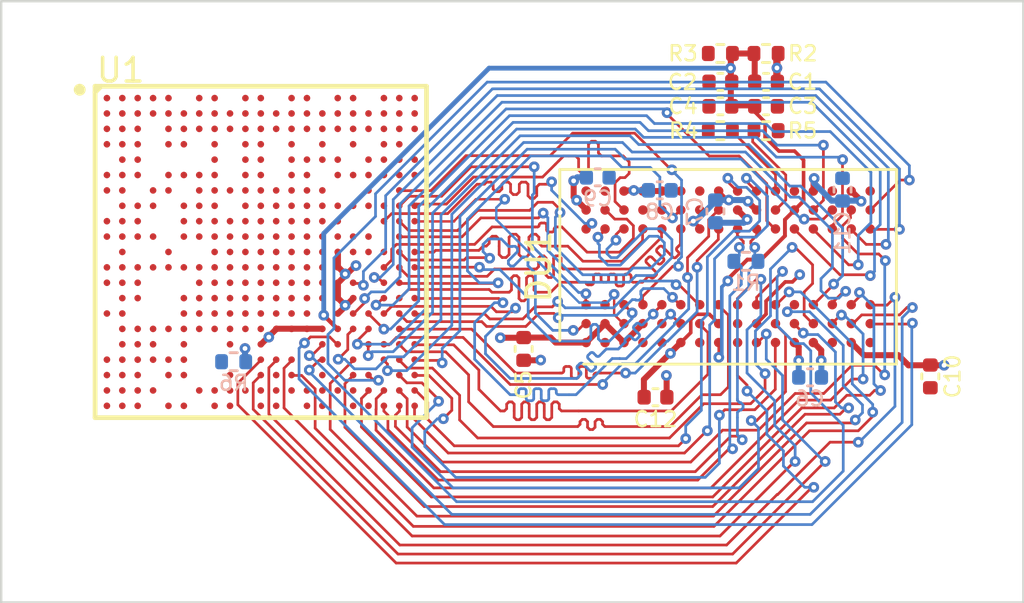
<source format=kicad_pcb>
(kicad_pcb (version 20211014) (generator pcbnew)
  (layers (0 "F.Cu" signal) (31 "B.Cu" signal) (34 "B.Paste" user) (35 "F.Paste" user) (36 "B.SilkS" user "B.Silkscreen") (37 "F.SilkS" user "F.Silkscreen") (38 "B.Mask" user) (39 "F.Mask" user) (44 "Edge.Cuts" user))
  (net 0 "")
  (net 1 "VCC-DRAM")
  (net 2 "/DDR3 16x1/SVREF")
  (net 3 "GND")
  (net 4 "/DDR3 16x1/SDQ14")
  (net 5 "/DDR3 16x1/SDQ15")
  (net 6 "/DDR3 16x1/SDQ11")
  (net 7 "/DDR3 16x1/SDQS1N")
  (net 8 "/DDR3 16x1/SDQ10")
  (net 9 "/DDR3 16x1/SDQ13")
  (net 10 "/DDR3 16x1/SDQ12")
  (net 11 "/DDR3 16x1/SDQS1P")
  (net 12 "/DDR3 16x1/SDQ9")
  (net 13 "/DDR3 16x1/SDQM1")
  (net 14 "/DDR3 16x1/SDQ8")
  (net 15 "/DDR3 16x1/SDQ3")
  (net 16 "/DDR3 16x1/SDQM0")
  (net 17 "/DDR3 16x1/SDQ5")
  (net 18 "/DDR3 16x1/SDQS0P")
  (net 19 "/DDR3 16x1/SDQ2")
  (net 20 "/DDR3 16x1/SDQ0")
  (net 21 "/DDR3 16x1/SDQ7")
  (net 22 "/DDR3 16x1/SDQS0N")
  (net 23 "/DDR3 16x1/SDQ6")
  (net 24 "/DDR3 16x1/SDQ4")
  (net 25 "/DDR3 16x1/SDQ1")
  (net 26 "/DDR3 16x1/SODT1")
  (net 27 "/DDR3 16x1/SRAS")
  (net 28 "/DDR3 16x1/SCKP")
  (net 29 "/DDR3 16x1/SCKE1")
  (net 30 "/DDR3 16x1/SODT0")
  (net 31 "/DDR3 16x1/SCAS")
  (net 32 "/DDR3 16x1/SCKN")
  (net 33 "/DDR3 16x1/SCKE0")
  (net 34 "/DDR3 16x1/SCS1")
  (net 35 "/DDR3 16x1/SCS0")
  (net 36 "/DDR3 16x1/SWE")
  (net 37 "/DDR3 16x1/SA10")
  (net 38 "/DDR3 16x1/DU1_ZQ")
  (net 39 "/DDR3 16x1/DU1_ZQ1")
  (net 40 "/DDR3 16x1/SBA0")
  (net 41 "/DDR3 16x1/SBA2")
  (net 42 "/DDR3 16x1/SA15")
  (net 43 "/DDR3 16x1/SA3")
  (net 44 "/DDR3 16x1/SA0")
  (net 45 "/DDR3 16x1/SA12")
  (net 46 "/DDR3 16x1/SBA1")
  (net 47 "/DDR3 16x1/SA5")
  (net 48 "/DDR3 16x1/SA2")
  (net 49 "/DDR3 16x1/SA1")
  (net 50 "/DDR3 16x1/SA4")
  (net 51 "/DDR3 16x1/SA7")
  (net 52 "/DDR3 16x1/SA9")
  (net 53 "/DDR3 16x1/SA11")
  (net 54 "/DDR3 16x1/SA6")
  (net 55 "/DDR3 16x1/SRST")
  (net 56 "/DDR3 16x1/SA13")
  (net 57 "/DDR3 16x1/SA14")
  (net 58 "/DDR3 16x1/SA8")
  (net 59 "/DDR3 16x1/SZQ")
  (footprint "Capacitor_SMD:C_0402_1005Metric" (layer "F.Cu") (at 139.6 56.750001 180)
    (fp_text reference "C2")
    (fp_text value "0.1u")
  )
  (footprint "Resistor_SMD:R_0402_1005Metric" (layer "F.Cu") (at 141.53 58.81)
    (fp_text reference "R5")
    (fp_text value "240")
  )
  (footprint "Resistor_SMD:R_0402_1005Metric" (layer "F.Cu") (at 139.6 58.81 180)
    (fp_text reference "R4")
    (fp_text value "240")
  )
  (footprint "Capacitor_SMD:C_0402_1005Metric" (layer "F.Cu") (at 136.86 70.07)
    (fp_text reference "C12")
    (fp_text value "0.1u")
  )
  (footprint "Package_BGA:Micron_FBGA-96_8x14mm_Layout9x16_P0.8mm" (layer "F.Cu") (at 139.9286 64.560806 90)
    (fp_text reference "DU1")
    (fp_text value "DDR3-FBGA96")
  )
  (footprint "Capacitor_SMD:C_0402_1005Metric" (layer "F.Cu") (at 141.529994 56.750001 180)
    (fp_text reference "C1")
    (fp_text value "0.1u")
  )
  (footprint "Capacitor_SMD:C_0402_1005Metric" (layer "F.Cu") (at 139.6 57.780001 180)
    (fp_text reference "C4")
    (fp_text value "0.1u")
  )
  (footprint "Resistor_SMD:R_0402_1005Metric" (layer "F.Cu") (at 141.529994 55.550003 180)
    (fp_text reference "R2")
    (fp_text value "2k")
  )
  (footprint "Capacitor_SMD:C_0402_1005Metric" (layer "F.Cu") (at 148.47 69.19 -90)
    (fp_text reference "C10")
    (fp_text value "0.1u")
  )
  (footprint "Resistor_SMD:R_0402_1005Metric" (layer "F.Cu") (at 139.6 55.550003 180)
    (fp_text reference "R3")
    (fp_text value "2k")
  )
  (footprint "Capacitor_SMD:C_0402_1005Metric" (layer "F.Cu") (at 131.29 68.03 -90)
    (fp_text reference "C5")
    (fp_text value "10u")
  )
  (footprint "Allwinner:Allwinner-H3" (layer "F.Cu") (at 120.290565 63.925475)
    (fp_text reference "U1")
    (fp_text value "Allwinner-H3")
  )
  (footprint "Capacitor_SMD:C_0402_1005Metric" (layer "F.Cu") (at 141.53 57.78)
    (fp_text reference "C3")
    (fp_text value "0.1u")
  )
  (footprint "Resistor_SMD:R_0402_1005Metric" (layer "B.Cu") (at 140.68 64.33)
    (fp_text reference "R1")
    (fp_text value "100")
  )
  (footprint "Capacitor_SMD:C_0402_1005Metric" (layer "B.Cu") (at 139.39 62.22 -90)
    (fp_text reference "C7")
    (fp_text value "0.1u")
  )
  (footprint "Resistor_SMD:R_0402_1005Metric" (layer "B.Cu") (at 119.04 68.57)
    (fp_text reference "R6")
    (fp_text value "240")
  )
  (footprint "Capacitor_SMD:C_0402_1005Metric" (layer "B.Cu") (at 137.04 61.33)
    (fp_text reference "C8")
    (fp_text value "0.1u")
  )
  (footprint "Capacitor_SMD:C_0402_1005Metric" (layer "B.Cu") (at 144.76 61.3 90)
    (fp_text reference "C11")
    (fp_text value "0.1u")
  )
  (footprint "Capacitor_SMD:C_0402_1005Metric" (layer "B.Cu") (at 143.39 69.23 180)
    (fp_text reference "C6")
    (fp_text value "1u")
  )
  (footprint "Capacitor_SMD:C_0402_1005Metric" (layer "B.Cu") (at 134.42 60.78)
    (fp_text reference "C9")
    (fp_text value "0.1u")
  )
  (gr_rect (start 109.22 53.34) (end 152.4 78.74) (layer "Edge.Cuts") (width 0.1) (fill none))
  (segment (start 120.5244 67.506398) (end 120.8546 67.176198) (width 0.254) (layer "F.Cu") (net 1))
  (segment (start 123.4454 64.585398) (end 123.4454 63.924998) (width 0.254) (layer "F.Cu") (net 1))
  (segment (start 130.303397 67.557193) (end 131.282796 67.557193) (width 0.254) (layer "F.Cu") (net 1))
  (segment (start 140.7682 61.816798) (end 141.0984 62.146998) (width 0.254) (layer "F.Cu") (net 1))
  (segment (start 123.4454 66.541198) (end 123.7502 66.236398) (width 0.254) (layer "F.Cu") (net 1))
  (segment (start 122.779288 67.176198) (end 122.786565 67.183475) (width 0.254) (layer "F.Cu") (net 1))
  (segment (start 137.929999 67.759999) (end 138.349 67.340998) (width 0.1524) (layer "F.Cu") (net 1))
  (segment (start 145.137 61.359598) (end 145.518 61.740598) (width 0.254) (layer "F.Cu") (net 1))
  (segment (start 142.9526 64.890198) (end 142.644201 65.198597) (width 0.1524) (layer "F.Cu") (net 1))
  (segment (start 147.1182 68.293798) (end 145.661592 68.293798) (width 0.254) (layer "F.Cu") (net 1))
  (segment (start 123.4454 65.245798) (end 123.7883 64.902898) (width 0.254) (layer "F.Cu") (net 1))
  (segment (start 123.4708 64.585398) (end 123.7502 64.864798) (width 0.254) (layer "F.Cu") (net 1))
  (segment (start 124.182 64.509198) (end 124.2074 64.509198) (width 0.254) (layer "F.Cu") (net 1))
  (segment (start 136.308199 61.337797) (end 136.33 61.359598) (width 0.254) (layer "F.Cu") (net 1))
  (segment (start 142.3394 65.198597) (end 141.53 66.007997) (width 0.1524) (layer "F.Cu") (net 1))
  (segment (start 120.1942 67.836598) (end 120.499 67.531798) (width 0.254) (layer "F.Cu") (net 1))
  (segment (start 138.584585 66.566598) (end 139.136601 66.566598) (width 0.1524) (layer "F.Cu") (net 1))
  (segment (start 142.644201 65.198597) (end 142.3394 65.198597) (width 0.1524) (layer "F.Cu") (net 1))
  (segment (start 141.0984 62.146998) (end 141.1492 62.146998) (width 0.254) (layer "F.Cu") (net 1))
  (segment (start 149.05 68.72) (end 147.544402 68.72) (width 0.254) (layer "F.Cu") (net 1))
  (segment (start 141.53 66.559399) (end 141.128598 66.960801) (width 0.1524) (layer "F.Cu") (net 1))
  (segment (start 133.4022 60.93) (end 133.4022 61.619198) (width 0.254) (layer "F.Cu") (net 1))
  (segment (start 139.530001 61.359598) (end 139.911001 61.740598) (width 0.14732) (layer "F.Cu") (net 1))
  (segment (start 147.544402 68.72) (end 147.1182 68.293798) (width 0.254) (layer "F.Cu") (net 1))
  (segment (start 138.349 66.802183) (end 138.584585 66.566598) (width 0.1524) (layer "F.Cu") (net 1))
  (segment (start 141.53 66.007997) (end 141.53 66.559399) (width 0.1524) (layer "F.Cu") (net 1))
  (segment (start 123.7883 64.902898) (end 124.182 64.509198) (width 0.254) (layer "F.Cu") (net 1))
  (segment (start 139.136601 66.566598) (end 139.2188 66.648797) (width 0.1524) (layer "F.Cu") (net 1))
  (segment (start 123.801 66.185598) (end 124.1058 65.880798) (width 0.254) (layer "F.Cu") (net 1))
  (segment (start 135.530001 67.759999) (end 136.33 66.96) (width 0.254) (layer "F.Cu") (net 1))
  (segment (start 123.7502 66.236398) (end 123.7502 66.185598) (width 0.254) (layer "F.Cu") (net 1))
  (segment (start 141.9874 55.720798) (end 141.9874 56.736798) (width 0.3048) (layer "F.Cu") (net 1))
  (segment (start 133.4022 61.619198) (end 133.5292 61.746198) (width 0.254) (layer "F.Cu") (net 1))
  (segment (start 135.530001 61.359598) (end 135.551802 61.337797) (width 0.254) (layer "F.Cu") (net 1))
  (segment (start 123.4454 64.585398) (end 123.4708 64.585398) (width 0.254) (layer "F.Cu") (net 1))
  (segment (start 131.290009 67.550005) (end 132.429809 67.550005) (width 0.254) (layer "F.Cu") (net 1))
  (segment (start 132.639801 67.759999) (end 133.929999 67.759999) (width 0.254) (layer "F.Cu") (net 1))
  (segment (start 143.5368 60.800798) (end 143.5622 60.826198) (width 0.254) (layer "F.Cu") (net 1))
  (segment (start 120.499 67.531798) (end 120.5244 67.531798) (width 0.254) (layer "F.Cu") (net 1))
  (segment (start 120.8546 67.176198) (end 122.779288 67.176198) (width 0.254) (layer "F.Cu") (net 1))
  (segment (start 135.551802 61.337797) (end 136.308199 61.337797) (width 0.254) (layer "F.Cu") (net 1))
  (segment (start 138.349 67.340998) (end 138.349 66.802183) (width 0.1524) (layer "F.Cu") (net 1))
  (segment (start 139.911001 61.740598) (end 139.9554 61.740598) (width 0.14732) (layer "F.Cu") (net 1))
  (segment (start 137.930001 67.759986) (end 136.370009 69.320004) (width 0.254) (layer "F.Cu") (net 1))
  (segment (start 138.73 62.959798) (end 138.73 62.902797) (width 0.14732) (layer "F.Cu") (net 1))
  (segment (start 131.282802 67.557198) (end 131.29 67.55) (width 0.25) (layer "F.Cu") (net 1))
  (segment (start 133.5292 61.746198) (end 133.929999 62.146998) (width 0.254) (layer "F.Cu") (net 1))
  (segment (start 143.86 68.51) (end 143.86 68.083199) (width 0.254) (layer "F.Cu") (net 1))
  (segment (start 136.370009 69.320004) (end 136.370009 69.85) (width 0.254) (layer "F.Cu") (net 1))
  (segment (start 133.929999 67.759999) (end 134.73 66.959998) (width 0.254) (layer "F.Cu") (net 1))
  (segment (start 143.86 68.51) (end 143.867 68.517) (width 0.254) (layer "F.Cu") (net 1))
  (segment (start 120.5244 67.531798) (end 120.5244 67.506398) (width 0.254) (layer "F.Cu") (net 1))
  (segment (start 132.429809 67.550005) (end 132.639791 67.759986) (width 0.254) (layer "F.Cu") (net 1))
  (segment (start 138.4568 62.629598) (end 138.73 62.902797) (width 0.14732) (layer "F.Cu") (net 1))
  (segment (start 123.4454 65.880798) (end 123.7502 66.185598) (width 0.254) (layer "F.Cu") (net 1))
  (segment (start 143.86 68.083199) (end 143.5368 67.759999) (width 0.254) (layer "F.Cu") (net 1))
  (segment (start 145.661592 68.293798) (end 145.1286 67.760806) (width 0.254) (layer "F.Cu") (net 1))
  (segment (start 139.218797 66.648787) (end 139.529998 66.959988) (width 0.1524) (layer "F.Cu") (net 1))
  (segment (start 143.5368 61.359598) (end 143.5368 60.800798) (width 0.254) (layer "F.Cu") (net 1))
  (segment (start 123.7502 64.864798) (end 123.7883 64.902898) (width 0.254) (layer "F.Cu") (net 1))
  (segment (start 123.4454 65.880798) (end 123.4454 65.245798) (width 0.254) (layer "F.Cu") (net 1))
  (segment (start 123.7502 66.185598) (end 123.801 66.185598) (width 0.254) (layer "F.Cu") (net 1))
  (segment (start 136.33 61.359598) (end 137.130001 61.359598) (width 0.254) (layer "F.Cu") (net 1))
  (segment (start 134.73 66.959998) (end 135.530001 67.759999) (width 0.254) (layer "F.Cu") (net 1))
  (via (at 120.5244 67.531798) (size 0.45) (drill 0.2) (layers "F.Cu" "B.Cu") (net 1))
  (via (at 123.7502 64.864798) (size 0.45) (drill 0.2) (layers "F.Cu" "B.Cu") (net 1))
  (via (at 149.05 68.72) (size 0.45) (drill 0.2) (layers "F.Cu" "B.Cu") (net 1))
  (via (at 142.9526 64.890198) (size 0.45) (drill 0.2) (layers "F.Cu" "B.Cu") (net 1))
  (via (at 130.3034 67.557198) (size 0.45) (drill 0.2) (layers "F.Cu" "B.Cu") (net 1))
  (via (at 141.99 56.16) (size 0.45) (drill 0.2) (layers "F.Cu" "B.Cu") (net 1))
  (via (at 138.4568 62.629598) (size 0.45) (drill 0.2) (layers "F.Cu" "B.Cu") (net 1))
  (via (at 143.5622 60.826198) (size 0.45) (drill 0.2) (layers "F.Cu" "B.Cu") (net 1))
  (via (at 133.4022 60.93) (size 0.45) (drill 0.2) (layers "F.Cu" "B.Cu") (net 1))
  (via (at 140.7682 61.791398) (size 0.45) (drill 0.2) (layers "F.Cu" "B.Cu") (net 1))
  (via (at 139.9554 61.740598) (size 0.45) (drill 0.2) (layers "F.Cu" "B.Cu") (net 1))
  (via (at 143.860012 68.520005) (size 0.45) (drill 0.2) (layers "F.Cu" "B.Cu") (net 1))
  (via (at 124.2074 64.509198) (size 0.45) (drill 0.2) (layers "F.Cu" "B.Cu") (net 1))
  (via (at 133.5292 61.746198) (size 0.45) (drill 0.2) (layers "F.Cu" "B.Cu") (net 1))
  (via (at 137.4916 68.217598) (size 0.45) (drill 0.2) (layers "F.Cu" "B.Cu") (net 1))
  (via (at 135.9422 61.334198) (size 0.45) (drill 0.2) (layers "F.Cu" "B.Cu") (net 1))
  (via (at 145.5434 61.791398) (size 0.45) (drill 0.2) (layers "F.Cu" "B.Cu") (net 1))
  (via (at 123.7502 66.185598) (size 0.45) (drill 0.2) (layers "F.Cu" "B.Cu") (net 1))
  (segment (start 143.5622 61.029398) (end 143.5622 60.826198) (width 0.254) (layer "B.Cu") (net 1))
  (segment (start 139.0664 62.121598) (end 139.4474 61.740598) (width 0.254) (layer "B.Cu") (net 1))
  (segment (start 138.4568 62.629598) (end 138.5584 62.629598) (width 0.254) (layer "B.Cu") (net 1))
  (segment (start 133.5522 60.78) (end 133.94 60.78) (width 0.254) (layer "B.Cu") (net 1))
  (segment (start 133.4022 60.93) (end 133.5522 60.78) (width 0.254) (layer "B.Cu") (net 1))
  (segment (start 145.518 61.765998) (end 145.5434 61.791398) (width 0.254) (layer "B.Cu") (net 1))
  (segment (start 143.867 68.517) (end 143.867 69.182798) (width 0.254) (layer "B.Cu") (net 1))
  (segment (start 140.7174 61.740598) (end 140.7682 61.791398) (width 0.254) (layer "B.Cu") (net 1))
  (segment (start 139.9554 61.740598) (end 140.7174 61.740598) (width 0.254) (layer "B.Cu") (net 1))
  (segment (start 135.9422 61.334198) (end 136.534198 61.334198) (width 0.254) (layer "B.Cu") (net 1))
  (segment (start 143.5622 61.029398) (end 144.2988 61.765998) (width 0.254) (layer "B.Cu") (net 1))
  (segment (start 139.4474 61.740598) (end 139.9554 61.740598) (width 0.254) (layer "B.Cu") (net 1))
  (segment (start 138.5584 62.629598) (end 139.0664 62.121598) (width 0.254) (layer "B.Cu") (net 1))
  (segment (start 144.2988 61.765998) (end 145.518 61.765998) (width 0.254) (layer "B.Cu") (net 1))
  (segment (start 142.0736 59.6716) (end 142.734 59.6716) (width 0.1524) (layer "F.Cu") (net 2))
  (segment (start 141.049994 55.580003) (end 141.019994 55.550003) (width 0.25) (layer "F.Cu") (net 2))
  (segment (start 140.0416 56.3696) (end 140.0416 55.7092) (width 0.254) (layer "F.Cu") (net 2))
  (segment (start 142.3276 62.5672) (end 142.734 62.1608) (width 0.1651) (layer "F.Cu") (net 2))
  (segment (start 140.7401 64.2563) (end 141.3243 64.2563) (width 0.1651) (layer "F.Cu") (net 2))
  (segment (start 140.0416 57.7412) (end 140.0416 56.7506) (width 0.254) (layer "F.Cu") (net 2))
  (segment (start 140.0416 57.7412) (end 140.9052 57.7412) (width 0.254) (layer "F.Cu") (net 2))
  (segment (start 139.9146 65.158) (end 139.9146 65.0818) (width 0.1651) (layer "F.Cu") (net 2))
  (segment (start 142.3276 63.253) (end 142.3276 62.5672) (width 0.1651) (layer "F.Cu") (net 2))
  (segment (start 139.9146 65.0818) (end 140.7401 64.2563) (width 0.1651) (layer "F.Cu") (net 2))
  (segment (start 141.049985 56.750001) (end 141.049985 55.580001) (width 0.254) (layer "F.Cu") (net 2))
  (segment (start 141.4894 59.0874) (end 142.0736 59.6716) (width 0.1524) (layer "F.Cu") (net 2))
  (segment (start 122.8458 66.6058) (end 123.423475 67.183475) (width 0.1778) (layer "F.Cu") (net 2))
  (segment (start 140.9052 57.7412) (end 140.956 57.792) (width 0.254) (layer "F.Cu") (net 2))
  (segment (start 143.115 61.7798) (end 143.115 61.6528) (width 0.1651) (layer "F.Cu") (net 2))
  (segment (start 140.956 57.919) (end 141.4894 58.4524) (width 0.1524) (layer "F.Cu") (net 2))
  (segment (start 141.019987 55.550003) (end 140.110007 55.550003) (width 0.254) (layer "F.Cu") (net 2))
  (segment (start 142.734 62.1608) (end 143.115 61.7798) (width 0.1651) (layer "F.Cu") (net 2))
  (segment (start 141.4894 59.0874) (end 141.4894 58.4524) (width 0.1524) (layer "F.Cu") (net 2))
  (segment (start 139.514601 67.773801) (end 139.5336 67.7928) (width 0.1143) (layer "F.Cu") (net 2))
  (segment (start 140.0416 56.7506) (end 140.0416 56.3696) (width 0.254) (layer "F.Cu") (net 2))
  (segment (start 140.0162 56.3442) (end 140.0416 56.3696) (width 0.1143) (layer "F.Cu") (net 2))
  (segment (start 140.0162 56.3442) (end 140.0162 56.2934) (width 0.1143) (layer "F.Cu") (net 2))
  (segment (start 140.956 57.919) (end 140.956 57.792) (width 0.1524) (layer "F.Cu") (net 2))
  (segment (start 142.734 59.6716) (end 143.115 60.0526) (width 0.1524) (layer "F.Cu") (net 2))
  (segment (start 123.423475 67.183475) (end 123.436565 67.183475) (width 0.1778) (layer "F.Cu") (net 2))
  (segment (start 141.3243 64.2563) (end 142.3276 63.253) (width 0.1651) (layer "F.Cu") (net 2))
  (segment (start 143.115 61.6528) (end 143.115 60.0526) (width 0.1524) (layer "F.Cu") (net 2))
  (segment (start 139.5336 68.3838) (end 139.5336 67.7928) (width 0.1143) (layer "F.Cu") (net 2))
  (via (at 140.03 56.17) (size 0.45) (drill 0.2) (layers "F.Cu" "B.Cu") (net 2))
  (via (at 139.9146 65.158) (size 0.45) (drill 0.2) (layers "F.Cu" "B.Cu") (net 2))
  (via (at 139.5336 68.3838) (size 0.45) (drill 0.2) (layers "F.Cu" "B.Cu") (net 2))
  (via (at 122.8458 66.6058) (size 0.45) (drill 0.2) (layers "F.Cu" "B.Cu") (net 2))
  (segment (start 129.8272 56.17) (end 140.03 56.17) (width 0.2032) (layer "B.Cu") (net 2))
  (segment (start 122.8458 63.1514) (end 129.8272 56.17) (width 0.2032) (layer "B.Cu") (net 2))
  (segment (start 139.5336 68.3838) (end 139.6606 68.2568) (width 0.1524) (layer "B.Cu") (net 2))
  (segment (start 139.6606 65.412) (end 139.9146 65.158) (width 0.1524) (layer "B.Cu") (net 2))
  (segment (start 139.6606 68.2568) (end 139.6606 65.412) (width 0.1524) (layer "B.Cu") (net 2))
  (segment (start 122.8458 66.6058) (end 122.8458 63.1514) (width 0.2032) (layer "B.Cu") (net 2))
  (segment (start 137.330002 69.160009) (end 137.330002 69.85) (width 0.254) (layer "F.Cu") (net 3))
  (segment (start 132.01 68.5) (end 132.000002 68.509998) (width 0.254) (layer "F.Cu") (net 3))
  (segment (start 140.73 62.56) (end 140.727794 62.56) (width 0.254) (layer "F.Cu") (net 3))
  (segment (start 140.727794 62.56) (end 140.3286 62.160806) (width 0.254) (layer "F.Cu") (net 3))
  (segment (start 132.000002 68.509998) (end 131.290009 68.509998) (width 0.254) (layer "F.Cu") (net 3))
  (segment (start 137.319972 69.149972) (end 137.33 69.16) (width 0.25) (layer "F.Cu") (net 3))
  (segment (start 142.91 67.942206) (end 142.7286 67.760806) (width 0.254) (layer "F.Cu") (net 3))
  (segment (start 142.91 68.52) (end 142.91 67.942206) (width 0.254) (layer "F.Cu") (net 3))
  (via (at 140.73 62.56) (size 0.45) (drill 0.2) (layers "F.Cu" "B.Cu") (net 3))
  (via (at 142.91 68.52) (size 0.45) (drill 0.2) (layers "F.Cu" "B.Cu") (net 3))
  (via (at 132.01 68.5) (size 0.45) (drill 0.2) (layers "F.Cu" "B.Cu") (net 3))
  (via (at 137.319972 69.149972) (size 0.45) (drill 0.2) (layers "F.Cu" "B.Cu") (net 3))
  (segment (start 140.73 62.56) (end 140.59 62.7) (width 0.254) (layer "B.Cu") (net 3))
  (segment (start 140.59 62.7) (end 139.39 62.7) (width 0.254) (layer "B.Cu") (net 3))
  (segment (start 142.91 68.52) (end 142.91 69.23) (width 0.254) (layer "B.Cu") (net 3))
  (segment (start 127.213801 64.603603) (end 127.239201 64.578203) (width 0.1143) (layer "F.Cu") (net 4))
  (segment (start 126.680401 64.603603) (end 127.213801 64.603603) (width 0.1143) (layer "F.Cu") (net 4))
  (segment (start 135.5448 66.178202) (end 135.875201 66.508603) (width 0.1143) (layer "F.Cu") (net 4))
  (segment (start 135.513802 66.178202) (end 135.5448 66.178202) (width 0.1143) (layer "F.Cu") (net 4))
  (segment (start 127.239201 64.578203) (end 129.423601 64.578203) (width 0.1143) (layer "F.Cu") (net 4))
  (via (at 135.875201 66.508603) (size 0.45) (drill 0.2) (layers "F.Cu" "B.Cu") (net 4))
  (via (at 129.423601 64.578203) (size 0.45) (drill 0.2) (layers "F.Cu" "B.Cu") (net 4))
  (segment (start 134.446451 67.607153) (end 134.541701 67.702403) (width 0.1143) (layer "B.Cu") (net 4))
  (segment (start 131.481001 66.686403) (end 132.497001 67.702403) (width 0.1143) (layer "B.Cu") (net 4))
  (segment (start 134.910001 67.702403) (end 135.875201 66.737203) (width 0.1143) (layer "B.Cu") (net 4))
  (segment (start 134.128951 67.607153) (end 134.128951 67.086453) (width 0.1143) (layer "B.Cu") (net 4))
  (segment (start 133.970201 67.702403) (end 134.033701 67.702403) (width 0.1143) (layer "B.Cu") (net 4))
  (segment (start 129.423601 64.578203) (end 129.525201 64.679803) (width 0.1143) (layer "B.Cu") (net 4))
  (segment (start 131.481001 66.686403) (end 131.481001 65.873603) (width 0.1143) (layer "B.Cu") (net 4))
  (segment (start 134.541701 67.702403) (end 134.630601 67.702403) (width 0.1143) (layer "B.Cu") (net 4))
  (segment (start 134.446451 67.607153) (end 134.446451 67.086453) (width 0.1143) (layer "B.Cu") (net 4))
  (segment (start 134.351201 66.991203) (end 134.446451 67.086453) (width 0.1143) (layer "B.Cu") (net 4))
  (segment (start 130.287201 64.679803) (end 131.481001 65.873603) (width 0.1143) (layer "B.Cu") (net 4))
  (segment (start 134.033701 67.702403) (end 134.128951 67.607153) (width 0.1143) (layer "B.Cu") (net 4))
  (segment (start 132.497001 67.702403) (end 133.970201 67.702403) (width 0.1143) (layer "B.Cu") (net 4))
  (segment (start 134.224201 66.991203) (end 134.351201 66.991203) (width 0.1143) (layer "B.Cu") (net 4))
  (segment (start 134.630601 67.702403) (end 134.910001 67.702403) (width 0.1143) (layer "B.Cu") (net 4))
  (segment (start 135.875201 66.737203) (end 135.875201 66.508603) (width 0.1143) (layer "B.Cu") (net 4))
  (segment (start 129.525201 64.679803) (end 130.287201 64.679803) (width 0.1143) (layer "B.Cu") (net 4))
  (segment (start 134.128951 67.086453) (end 134.224201 66.991203) (width 0.1143) (layer "B.Cu") (net 4))
  (segment (start 132.674801 62.876403) (end 132.897051 62.876403) (width 0.1143) (layer "F.Cu") (net 5))
  (segment (start 125.385001 64.603603) (end 125.715201 64.273403) (width 0.1143) (layer "F.Cu") (net 5))
  (segment (start 131.785801 62.876403) (end 131.87466 62.876403) (width 0.1143) (layer "F.Cu") (net 5))
  (segment (start 125.715201 64.273403) (end 125.715201 63.816203) (width 0.1143) (layer "F.Cu") (net 5))
  (segment (start 132.262051 62.876403) (end 132.262051 62.806512) (width 0.1143) (layer "F.Cu") (net 5))
  (segment (start 135.926001 63.359003) (end 135.926001 62.825603) (width 0.1143) (layer "F.Cu") (net 5))
  (segment (start 133.970201 63.943203) (end 135.341801 63.943203) (width 0.1143) (layer "F.Cu") (net 5))
  (segment (start 132.579551 62.996283) (end 132.579551 62.971653) (width 0.1143) (layer "F.Cu") (net 5))
  (segment (start 134.713801 62.165203) (end 134.757601 62.165203) (width 0.1143) (layer "F.Cu") (net 5))
  (segment (start 129.957001 62.876403) (end 131.785801 62.876403) (width 0.1143) (layer "F.Cu") (net 5))
  (segment (start 134.757601 62.165203) (end 135.138601 62.546203) (width 0.1143) (layer "F.Cu") (net 5))
  (segment (start 135.138601 62.546203) (end 135.646601 62.546203) (width 0.1143) (layer "F.Cu") (net 5))
  (segment (start 132.897051 62.876403) (end 132.903401 62.876403) (width 0.1143) (layer "F.Cu") (net 5))
  (segment (start 132.039801 62.711262) (end 132.166801 62.711262) (width 0.1143) (layer "F.Cu") (net 5))
  (segment (start 132.903401 62.876403) (end 133.970201 63.943203) (width 0.1143) (layer "F.Cu") (net 5))
  (segment (start 135.341801 63.943203) (end 135.926001 63.359003) (width 0.1143) (layer "F.Cu") (net 5))
  (segment (start 129.220401 63.613003) (end 129.957001 62.876403) (width 0.1143) (layer "F.Cu") (net 5))
  (segment (start 125.715201 63.816203) (end 125.918401 63.613003) (width 0.1143) (layer "F.Cu") (net 5))
  (segment (start 132.357301 63.091533) (end 132.484301 63.091533) (width 0.1143) (layer "F.Cu") (net 5))
  (segment (start 132.262051 62.996283) (end 132.262051 62.876403) (width 0.1143) (layer "F.Cu") (net 5))
  (segment (start 135.646601 62.546203) (end 135.926001 62.825603) (width 0.1143) (layer "F.Cu") (net 5))
  (segment (start 125.918401 63.613003) (end 129.220401 63.613003) (width 0.1143) (layer "F.Cu") (net 5))
  (arc (start 132.039801 62.711262) (mid 131.972449 62.73916) (end 131.944551 62.806512) (width 0.1143) (layer "F.Cu") (net 5))
  (arc (start 132.262051 62.806512) (mid 132.234153 62.73916) (end 132.166801 62.711262) (width 0.1143) (layer "F.Cu") (net 5))
  (arc (start 131.87466 62.876403) (mid 131.92408 62.855932) (end 131.944551 62.806512) (width 0.1143) (layer "F.Cu") (net 5))
  (arc (start 132.484301 63.091533) (mid 132.551653 63.063635) (end 132.579551 62.996283) (width 0.1143) (layer "F.Cu") (net 5))
  (arc (start 132.262051 62.996283) (mid 132.289949 63.063635) (end 132.357301 63.091533) (width 0.1143) (layer "F.Cu") (net 5))
  (arc (start 132.674801 62.876403) (mid 132.607449 62.904301) (end 132.579551 62.971653) (width 0.1143) (layer "F.Cu") (net 5))
  (segment (start 135.113201 66.577602) (end 135.113201 65.721203) (width 0.1016) (layer "F.Cu") (net 6))
  (segment (start 129.271201 61.708003) (end 130.490401 61.708003) (width 0.1016) (layer "F.Cu") (net 6))
  (segment (start 126.680401 62.643203) (end 128.356801 62.643203) (width 0.1016) (layer "F.Cu") (net 6))
  (segment (start 135.113201 66.577602) (end 135.513802 66.978203) (width 0.1016) (layer "F.Cu") (net 6))
  (segment (start 128.356801 62.643203) (end 128.356801 62.622403) (width 0.1016) (layer "F.Cu") (net 6))
  (segment (start 128.356801 62.622403) (end 129.271201 61.708003) (width 0.1016) (layer "F.Cu") (net 6))
  (via (at 135.113201 65.721203) (size 0.45) (drill 0.2) (layers "F.Cu" "B.Cu") (net 6))
  (via (at 130.490401 61.708003) (size 0.45) (drill 0.2) (layers "F.Cu" "B.Cu") (net 6))
  (segment (start 130.134801 62.571603) (end 133.636402 66.073203) (width 0.1016) (layer "B.Cu") (net 6))
  (segment (start 134.812 66.073203) (end 135.113201 65.772003) (width 0.1016) (layer "B.Cu") (net 6))
  (segment (start 130.134801 62.571603) (end 130.134801 62.063603) (width 0.1016) (layer "B.Cu") (net 6))
  (segment (start 135.113201 65.772003) (end 135.113201 65.721203) (width 0.1016) (layer "B.Cu") (net 6))
  (segment (start 133.636402 66.073203) (end 134.812 66.073203) (width 0.1016) (layer "B.Cu") (net 6))
  (segment (start 130.134801 62.063603) (end 130.490401 61.708003) (width 0.1016) (layer "B.Cu") (net 6))
  (segment (start 132.751001 62.317603) (end 132.801801 62.266803) (width 0.1143) (layer "F.Cu") (net 7))
  (segment (start 126.431001 63.028803) (end 128.499897 63.028803) (width 0.1143) (layer "F.Cu") (net 7))
  (segment (start 134.656651 63.07895) (end 134.656651 63.035153) (width 0.1143) (layer "F.Cu") (net 7))
  (segment (start 131.887401 61.835003) (end 132.522401 61.835003) (width 0.1143) (layer "F.Cu") (net 7))
  (segment (start 131.544504 62.1779) (end 131.887401 61.835003) (width 0.1143) (layer "F.Cu") (net 7))
  (segment (start 126.045401 62.643203) (end 126.431001 63.028803) (width 0.1143) (layer "F.Cu") (net 7))
  (segment (start 132.801801 62.266803) (end 132.827201 62.266803) (width 0.1143) (layer "F.Cu") (net 7))
  (segment (start 132.827201 62.393803) (end 132.827201 62.266803) (width 0.1143) (layer "F.Cu") (net 7))
  (segment (start 132.751001 62.317603) (end 132.827201 62.393803) (width 0.1143) (layer "F.Cu") (net 7))
  (segment (start 134.656651 63.035153) (end 134.713801 62.978003) (width 0.1143) (layer "F.Cu") (net 7))
  (segment (start 132.827201 62.266803) (end 132.827201 62.139803) (width 0.1143) (layer "F.Cu") (net 7))
  (segment (start 129.3508 62.1779) (end 131.544504 62.1779) (width 0.1143) (layer "F.Cu") (net 7))
  (segment (start 132.522401 61.835003) (end 132.827201 62.139803) (width 0.1143) (layer "F.Cu") (net 7))
  (segment (start 128.499897 63.028803) (end 129.3508 62.1779) (width 0.1143) (layer "F.Cu") (net 7))
  (segment (start 134.427401 63.3082) (end 134.656651 63.07895) (width 0.1143) (layer "F.Cu") (net 7))
  (via (at 134.427401 63.3082) (size 0.45) (drill 0.2) (layers "F.Cu" "B.Cu") (net 7))
  (via (at 132.827201 62.266803) (size 0.45) (drill 0.2) (layers "F.Cu" "B.Cu") (net 7))
  (segment (start 136.59091 63.270103) (end 136.96289 63.270103) (width 0.1143) (layer "B.Cu") (net 7))
  (segment (start 134.427401 63.570389) (end 134.490901 63.633889) (width 0.1143) (layer "B.Cu") (net 7))
  (segment (start 132.630351 63.74) (end 133.786051 64.8957) (width 0.1143) (layer "B.Cu") (net 7))
  (segment (start 134.490901 64.133703) (end 134.846498 64.4893) (width 0.1143) (layer "B.Cu") (net 7))
  (segment (start 132.630351 62.463653) (end 132.827201 62.266803) (width 0.1143) (layer "B.Cu") (net 7))
  (segment (start 132.630351 63.74) (end 132.630351 62.463653) (width 0.1143) (layer "B.Cu") (net 7))
  (segment (start 136.66285 64.61154) (end 137.234101 64.040289) (width 0.1143) (layer "B.Cu") (net 7))
  (segment (start 136.96289 63.270103) (end 137.234101 63.541314) (width 0.1143) (layer "B.Cu") (net 7))
  (segment (start 134.427401 63.570389) (end 134.427401 63.3082) (width 0.1143) (layer "B.Cu") (net 7))
  (segment (start 133.786051 64.8957) (end 135.621201 64.8957) (width 0.1143) (layer "B.Cu") (net 7))
  (segment (start 135.621201 64.8957) (end 135.905361 64.61154) (width 0.1143) (layer "B.Cu") (net 7))
  (segment (start 134.490901 64.133703) (end 134.490901 63.633889) (width 0.1143) (layer "B.Cu") (net 7))
  (segment (start 137.234101 64.040289) (end 137.234101 63.541314) (width 0.1143) (layer "B.Cu") (net 7))
  (segment (start 135.905361 64.61154) (end 136.66285 64.61154) (width 0.1143) (layer "B.Cu") (net 7))
  (segment (start 135.371712 64.4893) (end 136.59091 63.270103) (width 0.1143) (layer "B.Cu") (net 7))
  (segment (start 134.846498 64.4893) (end 135.371712 64.4893) (width 0.1143) (layer "B.Cu") (net 7))
  (segment (start 133.485272 59.876452) (end 133.611002 60.002182) (width 0.1143) (layer "F.Cu") (net 8))
  (segment (start 132.08785 60.770953) (end 132.624001 60.234803) (width 0.1143) (layer "F.Cu") (net 8))
  (segment (start 128.026601 61.911203) (end 129.169601 60.768203) (width 0.1143) (layer "F.Cu") (net 8))
  (segment (start 134.155832 59.256854) (end 134.323472 59.256854) (width 0.1143) (layer "F.Cu") (net 8))
  (segment (start 134.605201 59.876452) (end 135.494201 59.876452) (width 0.1143) (layer "F.Cu") (net 8))
  (segment (start 131.830048 60.770953) (end 132.08785 60.770953) (width 0.1143) (layer "F.Cu") (net 8))
  (segment (start 134.323472 59.256854) (end 134.449201 59.382584) (width 0.1143) (layer "F.Cu") (net 8))
  (segment (start 134.030102 59.382584) (end 134.155832 59.256854) (width 0.1143) (layer "F.Cu") (net 8))
  (segment (start 135.151852 61.803253) (end 135.513802 62.165203) (width 0.1143) (layer "F.Cu") (net 8))
  (segment (start 134.449201 59.750722) (end 134.574932 59.876452) (width 0.1143) (layer "F.Cu") (net 8))
  (segment (start 135.151852 61.008951) (end 135.367201 60.793603) (width 0.1143) (layer "F.Cu") (net 8))
  (segment (start 134.449201 59.750722) (end 134.449201 59.382584) (width 0.1143) (layer "F.Cu") (net 8))
  (segment (start 135.151852 61.803253) (end 135.151852 61.008951) (width 0.1143) (layer "F.Cu") (net 8))
  (segment (start 129.169601 60.768203) (end 131.827297 60.768203) (width 0.1143) (layer "F.Cu") (net 8))
  (segment (start 133.191902 59.876452) (end 133.485272 59.876452) (width 0.1143) (layer "F.Cu") (net 8))
  (segment (start 126.7624 61.911203) (end 128.026601 61.911203) (width 0.1143) (layer "F.Cu") (net 8))
  (segment (start 126.680401 61.993201) (end 126.7624 61.911203) (width 0.1143) (layer "F.Cu") (net 8))
  (segment (start 134.030102 59.876452) (end 134.030102 59.382584) (width 0.1143) (layer "F.Cu") (net 8))
  (segment (start 135.570401 60.793603) (end 135.748201 60.615803) (width 0.1143) (layer "F.Cu") (net 8))
  (segment (start 134.574932 59.876452) (end 134.605201 59.876452) (width 0.1143) (layer "F.Cu") (net 8))
  (segment (start 131.827297 60.768203) (end 131.830048 60.770953) (width 0.1143) (layer "F.Cu") (net 8))
  (segment (start 135.748201 60.615803) (end 135.748201 60.130452) (width 0.1143) (layer "F.Cu") (net 8))
  (segment (start 133.611002 60.470464) (end 133.611002 60.002182) (width 0.1143) (layer "F.Cu") (net 8))
  (segment (start 133.904372 60.596194) (end 134.030102 60.470464) (width 0.1143) (layer "F.Cu") (net 8))
  (segment (start 135.367201 60.793603) (end 135.570401 60.793603) (width 0.1143) (layer "F.Cu") (net 8))
  (segment (start 132.982352 59.876452) (end 133.191902 59.876452) (width 0.1143) (layer "F.Cu") (net 8))
  (segment (start 133.736732 60.596194) (end 133.904372 60.596194) (width 0.1143) (layer "F.Cu") (net 8))
  (segment (start 132.772174 60.086629) (end 132.982352 59.876452) (width 0.1143) (layer "F.Cu") (net 8))
  (segment (start 134.030102 60.470464) (end 134.030102 59.876452) (width 0.1143) (layer "F.Cu") (net 8))
  (segment (start 133.611002 60.470464) (end 133.736732 60.596194) (width 0.1143) (layer "F.Cu") (net 8))
  (segment (start 132.624001 60.234803) (end 132.772174 60.086629) (width 0.1143) (layer "F.Cu") (net 8))
  (segment (start 135.494201 59.876452) (end 135.748201 60.130452) (width 0.1143) (layer "F.Cu") (net 8))
  (segment (start 127.569401 63.867003) (end 129.398201 63.867003) (width 0.1143) (layer "F.Cu") (net 9))
  (segment (start 129.626801 63.689203) (end 129.710621 63.689203) (width 0.1143) (layer "F.Cu") (net 9))
  (segment (start 133.792401 64.324203) (end 135.450201 64.324203) (width 0.1143) (layer "F.Cu") (net 9))
  (segment (start 126.680401 63.943203) (end 127.493201 63.943203) (width 0.1143) (layer "F.Cu") (net 9))
  (segment (start 130.255451 64.042479) (end 130.255451 63.689203) (width 0.1143) (layer "F.Cu") (net 9))
  (segment (start 130.129721 63.269109) (end 130.255451 63.394839) (width 0.1143) (layer "F.Cu") (net 9))
  (segment (start 130.255451 64.042479) (end 130.381181 64.168209) (width 0.1143) (layer "F.Cu") (net 9))
  (segment (start 132.700201 63.689203) (end 133.157401 63.689203) (width 0.1143) (layer "F.Cu") (net 9))
  (segment (start 133.157401 63.689203) (end 133.792401 64.324203) (width 0.1143) (layer "F.Cu") (net 9))
  (segment (start 130.381181 64.168209) (end 130.548821 64.168209) (width 0.1143) (layer "F.Cu") (net 9))
  (segment (start 130.674551 63.689203) (end 130.674551 63.310522) (width 0.1143) (layer "F.Cu") (net 9))
  (segment (start 131.638481 63.184792) (end 131.806121 63.184792) (width 0.1143) (layer "F.Cu") (net 9))
  (segment (start 129.836351 63.394839) (end 129.962081 63.269109) (width 0.1143) (layer "F.Cu") (net 9))
  (segment (start 130.967921 63.184792) (end 131.093651 63.310522) (width 0.1143) (layer "F.Cu") (net 9))
  (segment (start 131.806121 63.184792) (end 131.931851 63.310522) (width 0.1143) (layer "F.Cu") (net 9))
  (segment (start 131.512751 63.689203) (end 131.512751 63.310522) (width 0.1143) (layer "F.Cu") (net 9))
  (segment (start 131.093651 64.042481) (end 131.093651 63.689203) (width 0.1143) (layer "F.Cu") (net 9))
  (segment (start 130.255451 63.689203) (end 130.255451 63.394839) (width 0.1143) (layer "F.Cu") (net 9))
  (segment (start 130.674551 63.310522) (end 130.800281 63.184792) (width 0.1143) (layer "F.Cu") (net 9))
  (segment (start 131.931851 63.563473) (end 131.931851 63.310522) (width 0.1143) (layer "F.Cu") (net 9))
  (segment (start 131.093651 63.689203) (end 131.093651 63.310522) (width 0.1143) (layer "F.Cu") (net 9))
  (segment (start 132.057581 63.689203) (end 132.700201 63.689203) (width 0.1143) (layer "F.Cu") (net 9))
  (segment (start 131.093651 64.042481) (end 131.219381 64.168211) (width 0.1143) (layer "F.Cu") (net 9))
  (segment (start 130.674551 64.042479) (end 130.674551 63.689203) (width 0.1143) (layer "F.Cu") (net 9))
  (segment (start 129.710621 63.689203) (end 129.836351 63.563473) (width 0.1143) (layer "F.Cu") (net 9))
  (segment (start 131.931851 63.563473) (end 132.057581 63.689203) (width 0.1143) (layer "F.Cu") (net 9))
  (segment (start 129.962081 63.269109) (end 130.129721 63.269109) (width 0.1143) (layer "F.Cu") (net 9))
  (segment (start 129.836351 63.563473) (end 129.836351 63.394839) (width 0.1143) (layer "F.Cu") (net 9))
  (segment (start 130.548821 64.168209) (end 130.674551 64.042479) (width 0.1143) (layer "F.Cu") (net 9))
  (segment (start 135.450201 64.324203) (end 136.313801 63.460603) (width 0.1143) (layer "F.Cu") (net 9))
  (segment (start 131.219381 64.168211) (end 131.387021 64.168211) (width 0.1143) (layer "F.Cu") (net 9))
  (segment (start 136.313801 63.460603) (end 136.313801 62.978003) (width 0.1143) (layer "F.Cu") (net 9))
  (segment (start 131.387021 64.168211) (end 131.512751 64.042481) (width 0.1143) (layer "F.Cu") (net 9))
  (segment (start 131.512751 63.310522) (end 131.638481 63.184792) (width 0.1143) (layer "F.Cu") (net 9))
  (segment (start 129.398201 63.867003) (end 129.576001 63.689203) (width 0.1143) (layer "F.Cu") (net 9))
  (segment (start 130.800281 63.184792) (end 130.967921 63.184792) (width 0.1143) (layer "F.Cu") (net 9))
  (segment (start 129.576001 63.689203) (end 129.626801 63.689203) (width 0.1143) (layer "F.Cu") (net 9))
  (segment (start 131.512751 64.042481) (end 131.512751 63.689203) (width 0.1143) (layer "F.Cu") (net 9))
  (segment (start 127.493201 63.943203) (end 127.569401 63.867003) (width 0.1143) (layer "F.Cu") (net 9))
  (segment (start 126.375601 64.273403) (end 126.705273 64.273403) (width 0.1143) (layer "F.Cu") (net 10))
  (segment (start 126.705273 64.273403) (end 127.011129 64.273403) (width 0.1143) (layer "F.Cu") (net 10))
  (segment (start 129.830001 64.171803) (end 129.855401 64.197203) (width 0.1143) (layer "F.Cu") (net 10))
  (segment (start 128.775901 64.273403) (end 128.877501 64.171803) (width 0.1143) (layer "F.Cu") (net 10))
  (segment (start 127.011129 64.273403) (end 128.775901 64.273403) (width 0.1143) (layer "F.Cu") (net 10))
  (segment (start 133.8828 66.940202) (end 133.9138 66.971203) (width 0.1143) (layer "F.Cu") (net 10))
  (segment (start 133.577799 67.245203) (end 133.8828 66.940202) (width 0.1143) (layer "F.Cu") (net 10))
  (segment (start 126.045401 63.943203) (end 126.375601 64.273403) (width 0.1143) (layer "F.Cu") (net 10))
  (segment (start 133.386001 67.245203) (end 133.577799 67.245203) (width 0.1143) (layer "F.Cu") (net 10))
  (segment (start 128.877501 64.171803) (end 129.830001 64.171803) (width 0.1143) (layer "F.Cu") (net 10))
  (via (at 129.855401 64.197203) (size 0.45) (drill 0.2) (layers "F.Cu" "B.Cu") (net 10))
  (via (at 133.386001 67.245203) (size 0.45) (drill 0.2) (layers "F.Cu" "B.Cu") (net 10))
  (segment (start 129.576001 63.613003) (end 129.804601 63.384403) (width 0.1143) (layer "B.Cu") (net 10))
  (segment (start 130.646306 64.302069) (end 130.954162 63.994213) (width 0.1143) (layer "B.Cu") (net 10))
  (segment (start 131.470524 64.510575) (end 131.470526 64.375874) (width 0.1143) (layer "B.Cu") (net 10))
  (segment (start 130.646306 64.436773) (end 130.646306 64.302069) (width 0.1143) (layer "B.Cu") (net 10))
  (segment (start 129.804601 63.384403) (end 130.344351 63.384403) (width 0.1143) (layer "B.Cu") (net 10))
  (segment (start 131.470524 64.510575) (end 131.785801 64.825853) (width 0.1143) (layer "B.Cu") (net 10))
  (segment (start 130.736108 64.526575) (end 130.870812 64.526575) (width 0.1143) (layer "B.Cu") (net 10))
  (segment (start 130.870812 64.526575) (end 131.178667 64.218719) (width 0.1143) (layer "B.Cu") (net 10))
  (segment (start 130.797007 63.702355) (end 130.804289 63.695073) (width 0.1143) (layer "B.Cu") (net 10))
  (segment (start 130.938993 63.695073) (end 131.028795 63.784874) (width 0.1143) (layer "B.Cu") (net 10))
  (segment (start 131.785801 66.508603) (end 132.522401 67.245203) (width 0.1143) (layer "B.Cu") (net 10))
  (segment (start 132.522401 67.245203) (end 133.386001 67.245203) (width 0.1143) (layer "B.Cu") (net 10))
  (segment (start 131.470526 64.375874) (end 131.477811 64.368589) (width 0.1143) (layer "B.Cu") (net 10))
  (segment (start 130.646306 64.436773) (end 130.736108 64.526575) (width 0.1143) (layer "B.Cu") (net 10))
  (segment (start 129.576001 63.917803) (end 129.855401 64.197203) (width 0.1143) (layer "B.Cu") (net 10))
  (segment (start 131.785801 66.508603) (end 131.785801 64.825853) (width 0.1143) (layer "B.Cu") (net 10))
  (segment (start 131.477811 64.368589) (end 131.477811 64.233885) (width 0.1143) (layer "B.Cu") (net 10))
  (segment (start 131.253303 64.144081) (end 131.388007 64.144081) (width 0.1143) (layer "B.Cu") (net 10))
  (segment (start 130.954162 63.994213) (end 131.028795 63.919578) (width 0.1143) (layer "B.Cu") (net 10))
  (segment (start 130.344351 63.384403) (end 130.617401 63.657453) (width 0.1143) (layer "B.Cu") (net 10))
  (segment (start 129.576001 63.917803) (end 129.576001 63.613003) (width 0.1143) (layer "B.Cu") (net 10))
  (segment (start 131.178667 64.218719) (end 131.253303 64.144081) (width 0.1143) (layer "B.Cu") (net 10))
  (segment (start 130.804289 63.695073) (end 130.938993 63.695073) (width 0.1143) (layer "B.Cu") (net 10))
  (segment (start 131.028795 63.919578) (end 131.028795 63.784874) (width 0.1143) (layer "B.Cu") (net 10))
  (segment (start 130.617401 63.657453) (end 130.662303 63.702355) (width 0.1143) (layer "B.Cu") (net 10))
  (segment (start 131.388007 64.144081) (end 131.477811 64.233885) (width 0.1143) (layer "B.Cu") (net 10))
  (segment (start 130.662303 63.702355) (end 130.797007 63.702355) (width 0.1143) (layer "B.Cu") (net 10))
  (segment (start 131.912804 62.4954) (end 132.116001 62.292203) (width 0.1143) (layer "F.Cu") (net 11))
  (segment (start 135.189401 63.199403) (end 135.35365 63.035153) (width 0.1143) (layer "F.Cu") (net 11))
  (segment (start 135.456652 63.035153) (end 135.513802 62.978003) (width 0.1143) (layer "F.Cu") (net 11))
  (segment (start 135.35365 63.035153) (end 135.456652 63.035153) (width 0.1143) (layer "F.Cu") (net 11))
  (segment (start 128.684509 63.293201) (end 129.482311 62.4954) (width 0.1143) (layer "F.Cu") (net 11))
  (segment (start 126.045401 63.293201) (end 128.684509 63.293201) (width 0.1143) (layer "F.Cu") (net 11))
  (segment (start 129.482311 62.4954) (end 131.912804 62.4954) (width 0.1143) (layer "F.Cu") (net 11))
  (via (at 132.116001 62.292203) (size 0.45) (drill 0.2) (layers "F.Cu" "B.Cu") (net 11))
  (via (at 135.189401 63.435203) (size 0.45) (drill 0.2) (layers "F.Cu" "B.Cu") (net 11))
  (segment (start 137.094401 62.952603) (end 137.551601 63.409803) (width 0.1143) (layer "B.Cu") (net 11))
  (segment (start 136.459401 62.952603) (end 137.094401 62.952603) (width 0.1143) (layer "B.Cu") (net 11))
  (segment (start 133.65454 65.2132) (end 135.752712 65.2132) (width 0.1143) (layer "B.Cu") (net 11))
  (segment (start 135.240204 64.1718) (end 136.459401 62.952603) (width 0.1143) (layer "B.Cu") (net 11))
  (segment (start 137.551601 64.171803) (end 137.551601 63.409803) (width 0.1143) (layer "B.Cu") (net 11))
  (segment (start 132.312851 63.871511) (end 132.312851 62.489053) (width 0.1143) (layer "B.Cu") (net 11))
  (segment (start 134.808401 64.002189) (end 134.808401 63.816203) (width 0.1143) (layer "B.Cu") (net 11))
  (segment (start 134.808401 64.002189) (end 134.978012 64.1718) (width 0.1143) (layer "B.Cu") (net 11))
  (segment (start 132.116001 62.292203) (end 132.312851 62.489053) (width 0.1143) (layer "B.Cu") (net 11))
  (segment (start 134.808401 63.816203) (end 135.189401 63.435203) (width 0.1143) (layer "B.Cu") (net 11))
  (segment (start 134.978012 64.1718) (end 135.240204 64.1718) (width 0.1143) (layer "B.Cu") (net 11))
  (segment (start 136.794364 64.92904) (end 137.551601 64.171803) (width 0.1143) (layer "B.Cu") (net 11))
  (segment (start 136.036872 64.92904) (end 136.794364 64.92904) (width 0.1143) (layer "B.Cu") (net 11))
  (segment (start 135.752712 65.2132) (end 136.036872 64.92904) (width 0.1143) (layer "B.Cu") (net 11))
  (segment (start 132.312851 63.871511) (end 133.65454 65.2132) (width 0.1143) (layer "B.Cu") (net 11))
  (segment (start 133.9138 65.701403) (end 133.919401 65.695803) (width 0.1143) (layer "F.Cu") (net 12))
  (segment (start 126.4576 61.581003) (end 127.823401 61.581003) (width 0.1143) (layer "F.Cu") (net 12))
  (segment (start 129.068001 60.336403) (end 131.735001 60.336403) (width 0.1143) (layer "F.Cu") (net 12))
  (segment (start 133.9138 66.178202) (end 133.9138 65.701403) (width 0.1143) (layer "F.Cu") (net 12))
  (segment (start 127.823401 61.581003) (end 129.068001 60.336403) (width 0.1143) (layer "F.Cu") (net 12))
  (segment (start 126.045401 61.993201) (end 126.4576 61.581003) (width 0.1143) (layer "F.Cu") (net 12))
  (via (at 131.735001 60.336403) (size 0.45) (drill 0.2) (layers "F.Cu" "B.Cu") (net 12))
  (via (at 133.919401 65.695803) (size 0.45) (drill 0.2) (layers "F.Cu" "B.Cu") (net 12))
  (segment (start 133.868601 65.645003) (end 133.919401 65.695803) (width 0.1143) (layer "B.Cu") (net 12))
  (segment (start 131.735001 61.454003) (end 131.735001 60.336403) (width 0.1143) (layer "B.Cu") (net 12))
  (segment (start 131.658801 63.689203) (end 131.658801 61.530203) (width 0.1143) (layer "B.Cu") (net 12))
  (segment (start 131.658801 63.689203) (end 133.614601 65.645003) (width 0.1143) (layer "B.Cu") (net 12))
  (segment (start 131.658801 61.530203) (end 131.735001 61.454003) (width 0.1143) (layer "B.Cu") (net 12))
  (segment (start 133.614601 65.645003) (end 133.868601 65.645003) (width 0.1143) (layer "B.Cu") (net 12))
  (segment (start 135.976801 58.914003) (end 137.526201 60.463403) (width 0.1143) (layer "F.Cu") (net 13))
  (segment (start 127.375401 61.343203) (end 128.852101 59.866503) (width 0.1143) (layer "F.Cu") (net 13))
  (segment (start 133.360553 58.914003) (end 135.976801 58.914003) (width 0.1143) (layer "F.Cu") (net 13))
  (segment (start 136.313801 65.815825) (end 137.591052 64.538574) (width 0.1143) (layer "F.Cu") (net 13))
  (segment (start 136.313801 66.178202) (end 136.313801 65.815825) (width 0.1143) (layer "F.Cu") (net 13))
  (segment (start 128.852101 59.866503) (end 132.408053 59.866503) (width 0.1143) (layer "F.Cu") (net 13))
  (segment (start 126.045401 61.343203) (end 127.375401 61.343203) (width 0.1143) (layer "F.Cu") (net 13))
  (segment (start 137.591052 64.538574) (end 137.828253 64.538574) (width 0.1143) (layer "F.Cu") (net 13))
  (segment (start 132.408053 59.866503) (end 133.360553 58.914003) (width 0.1143) (layer "F.Cu") (net 13))
  (segment (start 137.526201 60.463403) (end 137.551601 60.463403) (width 0.1143) (layer "F.Cu") (net 13))
  (via (at 137.551601 60.463403) (size 0.45) (drill 0.2) (layers "F.Cu" "B.Cu") (net 13))
  (via (at 137.828253 64.538574) (size 0.45) (drill 0.2) (layers "F.Cu" "B.Cu") (net 13))
  (segment (start 137.551601 60.488803) (end 137.551601 60.463403) (width 0.1143) (layer "B.Cu") (net 13))
  (segment (start 137.960752 64.143652) (end 137.960752 60.897953) (width 0.1143) (layer "B.Cu") (net 13))
  (segment (start 137.551601 60.488803) (end 137.960752 60.897953) (width 0.1143) (layer "B.Cu") (net 13))
  (segment (start 137.828253 64.276151) (end 137.960752 64.143652) (width 0.1143) (layer "B.Cu") (net 13))
  (segment (start 137.828253 64.538574) (end 137.828253 64.276151) (width 0.1143) (layer "B.Cu") (net 13))
  (segment (start 125.715201 62.313003) (end 128.082001 62.313003) (width 0.1143) (layer "F.Cu") (net 14))
  (segment (start 128.082001 62.313003) (end 129.322001 61.073003) (width 0.1143) (layer "F.Cu") (net 14))
  (segment (start 129.912515 60.984067) (end 130.001451 61.073003) (width 0.1143) (layer "F.Cu") (net 14))
  (segment (start 130.738051 61.398021) (end 130.738051 61.073003) (width 0.1143) (layer "F.Cu") (net 14))
  (segment (start 130.848541 61.508511) (end 130.995861 61.508511) (width 0.1143) (layer "F.Cu") (net 14))
  (segment (start 130.111941 61.386743) (end 130.259261 61.386743) (width 0.1143) (layer "F.Cu") (net 14))
  (segment (start 130.259261 61.386743) (end 130.369751 61.276253) (width 0.1143) (layer "F.Cu") (net 14))
  (segment (start 131.195287 60.984067) (end 131.385715 60.984067) (width 0.1143) (layer "F.Cu") (net 14))
  (segment (start 131.474651 61.559199) (end 131.585141 61.669689) (width 0.1143) (layer "F.Cu") (net 14))
  (segment (start 125.385001 62.643203) (end 125.715201 62.313003) (width 0.1143) (layer "F.Cu") (net 14))
  (segment (start 130.001451 61.276253) (end 130.001451 61.073003) (width 0.1143) (layer "F.Cu") (net 14))
  (segment (start 129.322001 61.073003) (end 129.449001 61.073003) (width 0.1143) (layer "F.Cu") (net 14))
  (segment (start 130.738051 61.398021) (end 130.848541 61.508511) (width 0.1143) (layer "F.Cu") (net 14))
  (segment (start 131.732461 61.669689) (end 131.842951 61.559199) (width 0.1143) (layer "F.Cu") (net 14))
  (segment (start 131.953441 61.073003) (end 132.192201 61.073003) (width 0.1143) (layer "F.Cu") (net 14))
  (segment (start 130.001451 61.276253) (end 130.111941 61.386743) (width 0.1143) (layer "F.Cu") (net 14))
  (segment (start 132.192201 61.073003) (end 132.395401 61.073003) (width 0.1143) (layer "F.Cu") (net 14))
  (segment (start 131.385715 60.984067) (end 131.474651 61.073003) (width 0.1143) (layer "F.Cu") (net 14))
  (segment (start 130.458687 60.984067) (end 130.649115 60.984067) (width 0.1143) (layer "F.Cu") (net 14))
  (segment (start 131.585141 61.669689) (end 131.732461 61.669689) (width 0.1143) (layer "F.Cu") (net 14))
  (segment (start 131.474651 61.559199) (end 131.474651 61.073003) (width 0.1143) (layer "F.Cu") (net 14))
  (segment (start 130.369751 61.276253) (end 130.369751 61.073003) (width 0.1143) (layer "F.Cu") (net 14))
  (segment (start 129.722087 60.984067) (end 129.912515 60.984067) (width 0.1143) (layer "F.Cu") (net 14))
  (segment (start 131.842951 61.183493) (end 131.953441 61.073003) (width 0.1143) (layer "F.Cu") (net 14))
  (segment (start 132.395401 61.073003) (end 132.497001 60.971403) (width 0.1143) (layer "F.Cu") (net 14))
  (segment (start 130.995861 61.508511) (end 131.106351 61.398021) (width 0.1143) (layer "F.Cu") (net 14))
  (segment (start 129.449001 61.073003) (end 129.633151 61.073003) (width 0.1143) (layer "F.Cu") (net 14))
  (segment (start 131.842951 61.559199) (end 131.842951 61.183493) (width 0.1143) (layer "F.Cu") (net 14))
  (segment (start 130.649115 60.984067) (end 130.738051 61.073003) (width 0.1143) (layer "F.Cu") (net 14))
  (segment (start 129.633151 61.073003) (end 129.722087 60.984067) (width 0.1143) (layer "F.Cu") (net 14))
  (segment (start 131.106351 61.073003) (end 131.195287 60.984067) (width 0.1143) (layer "F.Cu") (net 14))
  (segment (start 131.106351 61.398021) (end 131.106351 61.073003) (width 0.1143) (layer "F.Cu") (net 14))
  (segment (start 130.369751 61.073003) (end 130.458687 60.984067) (width 0.1143) (layer "F.Cu") (net 14))
  (via (at 134.173401 62.724003) (size 0.45) (drill 0.2) (layers "F.Cu" "B.Cu") (net 14))
  (via (at 132.471601 60.971403) (size 0.45) (drill 0.2) (layers "F.Cu" "B.Cu") (net 14))
  (segment (start 132.471601 61.327003) (end 132.471601 60.971403) (width 0.1143) (layer "B.Cu") (net 14))
  (segment (start 133.868601 62.724003) (end 134.173401 62.724003) (width 0.1143) (layer "B.Cu") (net 14))
  (segment (start 132.471601 61.327003) (end 133.868601 62.724003) (width 0.1143) (layer "B.Cu") (net 14))
  (segment (start 131.620701 71.019211) (end 131.747701 71.019211) (width 0.1143) (layer "F.Cu") (net 15))
  (segment (start 132.065201 70.265717) (end 132.160451 70.360967) (width 0.1143) (layer "F.Cu") (net 15))
  (segment (start 126.680401 67.854803) (end 128.331401 67.854803) (width 0.1143) (layer "F.Cu") (net 15))
  (segment (start 130.795201 70.26572) (end 130.890451 70.36097) (width 0.1143) (layer "F.Cu") (net 15))
  (segment (start 129.398201 69.734403) (end 130.312601 70.648803) (width 0.1143) (layer "F.Cu") (net 15))
  (segment (start 132.477951 70.648803) (end 132.477951 70.360967) (width 0.1143) (layer "F.Cu") (net 15))
  (segment (start 130.477701 70.648803) (end 130.572951 70.553553) (width 0.1143) (layer "F.Cu") (net 15))
  (segment (start 130.312601 70.648803) (end 130.414201 70.648803) (width 0.1143) (layer "F.Cu") (net 15))
  (segment (start 131.938201 70.265717) (end 132.065201 70.265717) (width 0.1143) (layer "F.Cu") (net 15))
  (segment (start 131.207951 70.36097) (end 131.303201 70.26572) (width 0.1143) (layer "F.Cu") (net 15))
  (segment (start 131.207951 70.923961) (end 131.207951 70.648803) (width 0.1143) (layer "F.Cu") (net 15))
  (segment (start 130.890451 70.923961) (end 130.985701 71.019211) (width 0.1143) (layer "F.Cu") (net 15))
  (segment (start 131.525451 70.923961) (end 131.525451 70.648803) (width 0.1143) (layer "F.Cu") (net 15))
  (segment (start 132.160451 70.648803) (end 132.160451 70.360967) (width 0.1143) (layer "F.Cu") (net 15))
  (segment (start 129.398201 69.734403) (end 129.398201 68.921603) (width 0.1143) (layer "F.Cu") (net 15))
  (segment (start 131.430201 70.26572) (end 131.525451 70.36097) (width 0.1143) (layer "F.Cu") (net 15))
  (segment (start 131.842951 70.648803) (end 131.842951 70.360967) (width 0.1143) (layer "F.Cu") (net 15))
  (segment (start 138.713801 66.978203) (end 139.075751 67.340153) (width 0.1143) (layer "F.Cu") (net 15))
  (segment (start 130.985701 71.019211) (end 131.112701 71.019211) (width 0.1143) (layer "F.Cu") (net 15))
  (segment (start 130.572951 70.553553) (end 130.572951 70.36097) (width 0.1143) (layer "F.Cu") (net 15))
  (segment (start 131.207951 70.648803) (end 131.207951 70.36097) (width 0.1143) (layer "F.Cu") (net 15))
  (segment (start 132.795451 70.553553) (end 132.795451 70.360967) (width 0.1143) (layer "F.Cu") (net 15))
  (segment (start 133.614601 70.648803) (end 137.526201 70.648803) (width 0.1143) (layer "F.Cu") (net 15))
  (segment (start 131.303201 70.26572) (end 131.430201 70.26572) (width 0.1143) (layer "F.Cu") (net 15))
  (segment (start 137.526201 70.648803) (end 139.075751 69.099253) (width 0.1143) (layer "F.Cu") (net 15))
  (segment (start 131.747701 71.019211) (end 131.842951 70.923961) (width 0.1143) (layer "F.Cu") (net 15))
  (segment (start 132.573201 70.265717) (end 132.700201 70.265717) (width 0.1143) (layer "F.Cu") (net 15))
  (segment (start 132.477951 70.360967) (end 132.573201 70.265717) (width 0.1143) (layer "F.Cu") (net 15))
  (segment (start 130.572951 70.36097) (end 130.668201 70.26572) (width 0.1143) (layer "F.Cu") (net 15))
  (segment (start 128.331401 67.854803) (end 129.398201 68.921603) (width 0.1143) (layer "F.Cu") (net 15))
  (segment (start 139.075751 69.099253) (end 139.075751 67.340153) (width 0.1143) (layer "F.Cu") (net 15))
  (segment (start 130.668201 70.26572) (end 130.795201 70.26572) (width 0.1143) (layer "F.Cu") (net 15))
  (segment (start 130.414201 70.648803) (end 130.477701 70.648803) (width 0.1143) (layer "F.Cu") (net 15))
  (segment (start 132.795451 70.553553) (end 132.890701 70.648803) (width 0.1143) (layer "F.Cu") (net 15))
  (segment (start 131.842951 70.360967) (end 131.938201 70.265717) (width 0.1143) (layer "F.Cu") (net 15))
  (segment (start 132.890701 70.648803) (end 133.614601 70.648803) (width 0.1143) (layer "F.Cu") (net 15))
  (segment (start 132.382701 71.019213) (end 132.477951 70.923963) (width 0.1143) (layer "F.Cu") (net 15))
  (segment (start 130.890451 70.923961) (end 130.890451 70.648803) (width 0.1143) (layer "F.Cu") (net 15))
  (segment (start 132.700201 70.265717) (end 132.795451 70.360967) (width 0.1143) (layer "F.Cu") (net 15))
  (segment (start 131.112701 71.019211) (end 131.207951 70.923961) (width 0.1143) (layer "F.Cu") (net 15))
  (segment (start 131.525451 70.648803) (end 131.525451 70.36097) (width 0.1143) (layer "F.Cu") (net 15))
  (segment (start 131.842951 70.923961) (end 131.842951 70.648803) (width 0.1143) (layer "F.Cu") (net 15))
  (segment (start 132.255701 71.019213) (end 132.382701 71.019213) (width 0.1143) (layer "F.Cu") (net 15))
  (segment (start 132.477951 70.923963) (end 132.477951 70.648803) (width 0.1143) (layer "F.Cu") (net 15))
  (segment (start 130.890451 70.648803) (end 130.890451 70.36097) (width 0.1143) (layer "F.Cu") (net 15))
  (segment (start 131.525451 70.923961) (end 131.620701 71.019211) (width 0.1143) (layer "F.Cu") (net 15))
  (segment (start 132.160451 70.923963) (end 132.255701 71.019213) (width 0.1143) (layer "F.Cu") (net 15))
  (segment (start 132.160451 70.923963) (end 132.160451 70.648803) (width 0.1143) (layer "F.Cu") (net 15))
  (segment (start 132.331901 65.010925) (end 132.458901 65.010925) (width 0.1143) (layer "F.Cu") (net 16))
  (segment (start 131.919151 64.559153) (end 131.919151 64.192212) (width 0.1143) (layer "F.Cu") (net 16))
  (segment (start 126.403752 64.961953) (end 129.75105 64.961953) (width 0.1143) (layer "F.Cu") (net 16))
  (segment (start 137.113802 63.314202) (end 137.113802 62.978003) (width 0.1143) (layer "F.Cu") (net 16))
  (segment (start 132.554151 64.192209) (end 132.649401 64.096959) (width 0.1143) (layer "F.Cu") (net 16))
  (segment (start 132.554151 64.654403) (end 132.554151 64.192209) (width 0.1143) (layer "F.Cu") (net 16))
  (segment (start 132.014401 64.096962) (end 132.141401 64.096962) (width 0.1143) (layer "F.Cu") (net 16))
  (segment (start 132.871651 64.559153) (end 132.871651 64.192209) (width 0.1143) (layer "F.Cu") (net 16))
  (segment (start 131.919151 64.192212) (end 132.014401 64.096962) (width 0.1143) (layer "F.Cu") (net 16))
  (segment (start 132.554151 64.915675) (end 132.554151 64.654403) (width 0.1143) (layer "F.Cu") (net 16))
  (segment (start 132.141401 64.096962) (end 132.236651 64.192212) (width 0.1143) (layer "F.Cu") (net 16))
  (segment (start 132.966901 64.654403) (end 133.716201 64.654403) (width 0.1143) (layer "F.Cu") (net 16))
  (segment (start 131.823901 64.654403) (end 131.919151 64.559153) (width 0.1143) (layer "F.Cu") (net 16))
  (segment (start 135.773601 64.654403) (end 137.113802 63.314202) (width 0.1143) (layer "F.Cu") (net 16))
  (segment (start 129.75105 64.961953) (end 130.058601 64.654403) (width 0.1143) (layer "F.Cu") (net 16))
  (segment (start 132.236651 64.915675) (end 132.236651 64.654403) (width 0.1143) (layer "F.Cu") (net 16))
  (segment (start 132.871651 64.559153) (end 132.966901 64.654403) (width 0.1143) (layer "F.Cu") (net 16))
  (segment (start 132.458901 65.010925) (end 132.554151 64.915675) (width 0.1143) (layer "F.Cu") (net 16))
  (segment (start 132.776401 64.096959) (end 132.871651 64.192209) (width 0.1143) (layer "F.Cu") (net 16))
  (segment (start 132.649401 64.096959) (end 132.776401 64.096959) (width 0.1143) (layer "F.Cu") (net 16))
  (segment (start 132.236651 64.654403) (end 132.236651 64.192212) (width 0.1143) (layer "F.Cu") (net 16))
  (segment (start 130.058601 64.654403) (end 131.760401 64.654403) (width 0.1143) (layer "F.Cu") (net 16))
  (segment (start 132.236651 64.915675) (end 132.331901 65.010925) (width 0.1143) (layer "F.Cu") (net 16))
  (segment (start 133.716201 64.654403) (end 135.773601 64.654403) (width 0.1143) (layer "F.Cu") (net 16))
  (segment (start 126.045401 64.603603) (end 126.403752 64.961953) (width 0.1143) (layer "F.Cu") (net 16))
  (segment (start 131.760401 64.654403) (end 131.823901 64.654403) (width 0.1143) (layer "F.Cu") (net 16))
  (segment (start 130.947601 69.048603) (end 132.827201 69.048603) (width 0.1143) (layer "F.Cu") (net 17))
  (segment (start 133.398701 69.26939) (end 133.525701 69.26939) (width 0.1143) (layer "F.Cu") (net 17))
  (segment (start 133.303451 69.17414) (end 133.303451 69.048603) (width 0.1143) (layer "F.Cu") (net 17))
  (segment (start 126.045401 67.194403) (end 129.093401 67.194403) (width 0.1143) (layer "F.Cu") (net 17))
  (segment (start 133.620951 69.17414) (end 133.620951 69.048603) (width 0.1143) (layer "F.Cu") (net 17))
  (segment (start 133.938451 69.17414) (end 133.938451 69.048603) (width 0.1143) (layer "F.Cu") (net 17))
  (segment (start 134.351201 69.048603) (end 134.554401 69.048603) (width 0.1143) (layer "F.Cu") (net 17))
  (segment (start 133.620951 69.048603) (end 133.620951 68.865923) (width 0.1143) (layer "F.Cu") (net 17))
  (segment (start 134.554401 69.048603) (end 135.595801 69.048603) (width 0.1143) (layer "F.Cu") (net 17))
  (segment (start 133.303451 69.048603) (end 133.303451 68.865926) (width 0.1143) (layer "F.Cu") (net 17))
  (segment (start 133.938451 69.048603) (end 133.938451 68.865923) (width 0.1143) (layer "F.Cu") (net 17))
  (segment (start 133.716201 68.770673) (end 133.843201 68.770673) (width 0.1143) (layer "F.Cu") (net 17))
  (segment (start 138.618401 64.578203) (end 138.618401 64.298803) (width 0.1143) (layer "F.Cu") (net 17))
  (segment (start 132.985951 68.953353) (end 132.985951 68.865926) (width 0.1143) (layer "F.Cu") (net 17))
  (segment (start 138.618401 64.298803) (end 139.513802 63.403403) (width 0.1143) (layer "F.Cu") (net 17))
  (segment (start 134.255951 69.17414) (end 134.255951 69.143853) (width 0.1143) (layer "F.Cu") (net 17))
  (segment (start 134.033701 69.26939) (end 134.160701 69.26939) (width 0.1143) (layer "F.Cu") (net 17))
  (segment (start 133.081201 68.770676) (end 133.208201 68.770676) (width 0.1143) (layer "F.Cu") (net 17))
  (segment (start 129.093401 67.194403) (end 130.947601 69.048603) (width 0.1143) (layer "F.Cu") (net 17))
  (segment (start 132.827201 69.048603) (end 132.890701 69.048603) (width 0.1143) (layer "F.Cu") (net 17))
  (segment (start 139.513802 63.403403) (end 139.513802 62.978003) (width 0.1143) (layer "F.Cu") (net 17))
  (via (at 135.595801 69.048603) (size 0.45) (drill 0.2) (layers "F.Cu" "B.Cu") (net 17))
  (via (at 138.618401 64.578203) (size 0.45) (drill 0.2) (layers "F.Cu" "B.Cu") (net 17))
  (arc (start 133.081201 68.770676) (mid 133.013849 68.798574) (end 132.985951 68.865926) (width 0.1143) (layer "F.Cu") (net 17))
  (arc (start 132.890701 69.048603) (mid 132.958053 69.020705) (end 132.985951 68.953353) (width 0.1143) (layer "F.Cu") (net 17))
  (arc (start 133.716201 68.770673) (mid 133.648849 68.798571) (end 133.620951 68.865923) (width 0.1143) (layer "F.Cu") (net 17))
  (arc (start 133.938451 68.865923) (mid 133.910553 68.798571) (end 133.843201 68.770673) (width 0.1143) (layer "F.Cu") (net 17))
  (arc (start 133.303451 69.17414) (mid 133.331349 69.241492) (end 133.398701 69.26939) (width 0.1143) (layer "F.Cu") (net 17))
  (arc (start 133.938451 69.17414) (mid 133.966349 69.241492) (end 134.033701 69.26939) (width 0.1143) (layer "F.Cu") (net 17))
  (arc (start 134.351201 69.048603) (mid 134.283849 69.076501) (end 134.255951 69.143853) (width 0.1143) (layer "F.Cu") (net 17))
  (arc (start 133.303451 68.865926) (mid 133.275553 68.798574) (end 133.208201 68.770676) (width 0.1143) (layer "F.Cu") (net 17))
  (arc (start 134.160701 69.26939) (mid 134.228053 69.241492) (end 134.255951 69.17414) (width 0.1143) (layer "F.Cu") (net 17))
  (arc (start 133.525701 69.26939) (mid 133.593053 69.241492) (end 133.620951 69.17414) (width 0.1143) (layer "F.Cu") (net 17))
  (segment (start 136.002201 69.048603) (end 137.348137 67.702667) (width 0.1143) (layer "B.Cu") (net 17))
  (segment (start 138.618401 66.457803) (end 138.618401 64.578203) (width 0.1143) (layer "B.Cu") (net 17))
  (segment (start 137.348137 67.702667) (end 137.373537 67.702667) (width 0.1143) (layer "B.Cu") (net 17))
  (segment (start 135.595801 69.048603) (end 136.002201 69.048603) (width 0.1143) (layer "B.Cu") (net 17))
  (segment (start 137.373537 67.702667) (end 138.618401 66.457803) (width 0.1143) (layer "B.Cu") (net 17))
  (segment (start 129.52069 66.876903) (end 129.72389 67.080103) (width 0.1143) (layer "F.Cu") (net 18))
  (segment (start 132.566851 66.527653) (end 132.751001 66.711803) (width 0.1143) (layer "F.Cu") (net 18))
  (segment (start 131.38391 67.080103) (end 131.93636 66.527653) (width 0.1143) (layer "F.Cu") (net 18))
  (segment (start 126.362901 66.876903) (end 129.52069 66.876903) (width 0.1143) (layer "F.Cu") (net 18))
  (segment (start 126.045401 66.559403) (end 126.362901 66.876903) (width 0.1143) (layer "F.Cu") (net 18))
  (segment (start 131.93636 66.527653) (end 132.566851 66.527653) (width 0.1143) (layer "F.Cu") (net 18))
  (segment (start 129.72389 67.080103) (end 131.38391 67.080103) (width 0.1143) (layer "F.Cu") (net 18))
  (segment (start 137.907 66.178202) (end 137.9138 66.178202) (width 0.1143) (layer "F.Cu") (net 18))
  (segment (start 137.577001 65.848203) (end 137.907 66.178202) (width 0.1143) (layer "F.Cu") (net 18))
  (via (at 132.751001 66.711803) (size 0.45) (drill 0.2) (layers "F.Cu" "B.Cu") (net 18))
  (via (at 137.577001 65.848203) (size 0.45) (drill 0.2) (layers "F.Cu" "B.Cu") (net 18))
  (segment (start 136.172518 65.97202) (end 136.262322 65.882218) (width 0.1143) (layer "B.Cu") (net 18))
  (segment (start 135.774157 66.051961) (end 135.878602 65.947517) (width 0.1143) (layer "B.Cu") (net 18))
  (segment (start 136.346216 65.479903) (end 137.208701 65.479903) (width 0.1143) (layer "B.Cu") (net 18))
  (segment (start 132.751001 66.711803) (end 132.823526 66.711803) (width 0.1143) (layer "B.Cu") (net 18))
  (segment (start 136.237814 65.588305) (end 136.282716 65.543403) (width 0.1143) (layer "B.Cu") (net 18))
  (segment (start 135.878602 65.947517) (end 136.013306 65.947514) (width 0.1143) (layer "B.Cu") (net 18))
  (segment (start 136.262322 65.882218) (end 136.262322 65.747514) (width 0.1143) (layer "B.Cu") (net 18))
  (segment (start 132.924625 66.610703) (end 135.215416 66.610703) (width 0.1143) (layer "B.Cu") (net 18))
  (segment (start 136.237816 65.723009) (end 136.262322 65.747514) (width 0.1143) (layer "B.Cu") (net 18))
  (segment (start 136.013306 65.947514) (end 136.037814 65.97202) (width 0.1143) (layer "B.Cu") (net 18))
  (segment (start 136.237814 65.588305) (end 136.237816 65.723009) (width 0.1143) (layer "B.Cu") (net 18))
  (segment (start 136.282716 65.543403) (end 136.346216 65.479903) (width 0.1143) (layer "B.Cu") (net 18))
  (segment (start 137.208701 65.479903) (end 137.577001 65.848203) (width 0.1143) (layer "B.Cu") (net 18))
  (segment (start 136.037814 65.97202) (end 136.172518 65.97202) (width 0.1143) (layer "B.Cu") (net 18))
  (segment (start 135.215416 66.610703) (end 135.774157 66.051961) (width 0.1143) (layer "B.Cu") (net 18))
  (segment (start 132.823526 66.711803) (end 132.924625 66.610703) (width 0.1143) (layer "B.Cu") (net 18))
  (segment (start 130.617401 65.635053) (end 130.680901 65.635053) (width 0.1143) (layer "F.Cu") (net 19))
  (segment (start 130.776151 65.539803) (end 130.776151 65.029312) (width 0.1143) (layer "F.Cu") (net 19))
  (segment (start 135.195751 65.213203) (end 135.195751 64.965525) (width 0.1143) (layer "F.Cu") (net 19))
  (segment (start 136.706426 64.161571) (end 136.965176 64.420321) (width 0.1143) (layer "F.Cu") (net 19))
  (segment (start 137.099882 64.420321) (end 137.189681 64.330522) (width 0.1143) (layer "F.Cu") (net 19))
  (segment (start 131.188901 65.996861) (end 131.315901 65.996861) (width 0.1143) (layer "F.Cu") (net 19))
  (segment (start 137.773399 63.746805) (end 137.818301 63.701903) (width 0.1143) (layer "F.Cu") (net 19))
  (segment (start 134.656001 65.213203) (end 134.783001 65.213203) (width 0.1143) (layer "F.Cu") (net 19))
  (segment (start 134.338501 64.870275) (end 134.465501 64.870275) (width 0.1143) (layer "F.Cu") (net 19))
  (segment (start 137.773399 63.881509) (end 137.82221 63.93032) (width 0.1143) (layer "F.Cu") (net 19))
  (segment (start 131.093651 65.635053) (end 131.093651 65.029312) (width 0.1143) (layer "F.Cu") (net 19))
  (segment (start 136.808021 64.712183) (end 136.880137 64.784296) (width 0.1143) (layer "F.Cu") (net 19))
  (segment (start 137.48154 64.038663) (end 137.597705 64.154825) (width 0.1143) (layer "F.Cu") (net 19))
  (segment (start 136.790335 65.008804) (end 136.880137 64.918999) (width 0.1143) (layer "F.Cu") (net 19))
  (segment (start 135.513251 65.276471) (end 135.513251 65.213203) (width 0.1143) (layer "F.Cu") (net 19))
  (segment (start 136.307001 65.213203) (end 136.35901 65.161194) (width 0.1143) (layer "F.Cu") (net 19))
  (segment (start 136.930932 63.937066) (end 137.189681 64.195816) (width 0.1143) (layer "F.Cu") (net 19))
  (segment (start 126.426401 65.518003) (end 129.833397 65.518003) (width 0.1143) (layer "F.Cu") (net 19))
  (segment (start 135.830751 65.117953) (end 135.830751 64.965525) (width 0.1143) (layer "F.Cu") (net 19))
  (segment (start 135.926001 65.213203) (end 136.148251 65.213203) (width 0.1143) (layer "F.Cu") (net 19))
  (segment (start 137.732408 64.154825) (end 137.82221 64.065024) (width 0.1143) (layer "F.Cu") (net 19))
  (segment (start 137.9138 63.606403) (end 137.9138 62.978003) (width 0.1143) (layer "F.Cu") (net 19))
  (segment (start 131.728651 65.539803) (end 131.728651 65.029309) (width 0.1143) (layer "F.Cu") (net 19))
  (segment (start 129.950448 65.635053) (end 130.617401 65.635053) (width 0.1143) (layer "F.Cu") (net 19))
  (segment (start 133.640001 65.213203) (end 133.925751 65.213203) (width 0.1143) (layer "F.Cu") (net 19))
  (segment (start 134.243251 65.213203) (end 134.243251 64.965525) (width 0.1143) (layer "F.Cu") (net 19))
  (segment (start 135.513251 65.213203) (end 135.513251 64.965525) (width 0.1143) (layer "F.Cu") (net 19))
  (segment (start 131.506401 64.934059) (end 131.633401 64.934059) (width 0.1143) (layer "F.Cu") (net 19))
  (segment (start 130.776151 65.029312) (end 130.871401 64.934062) (width 0.1143) (layer "F.Cu") (net 19))
  (segment (start 132.852601 65.213203) (end 133.640001 65.213203) (width 0.1143) (layer "F.Cu") (net 19))
  (segment (start 129.833397 65.518003) (end 129.950448 65.635053) (width 0.1143) (layer "F.Cu") (net 19))
  (segment (start 130.998401 64.934062) (end 131.093651 65.029312) (width 0.1143) (layer "F.Cu") (net 19))
  (segment (start 131.823901 65.635053) (end 131.938201 65.635053) (width 0.1143) (layer "F.Cu") (net 19))
  (segment (start 126.045401 65.899003) (end 126.426401 65.518003) (width 0.1143) (layer "F.Cu") (net 19))
  (segment (start 131.938201 65.635053) (end 132.43075 65.635053) (width 0.1143) (layer "F.Cu") (net 19))
  (segment (start 131.093651 65.901611) (end 131.188901 65.996861) (width 0.1143) (layer "F.Cu") (net 19))
  (segment (start 137.818301 63.701903) (end 137.9138 63.606403) (width 0.1143) (layer "F.Cu") (net 19))
  (segment (start 132.43075 65.635053) (end 132.852601 65.213203) (width 0.1143) (layer "F.Cu") (net 19))
  (segment (start 131.728651 65.539803) (end 131.823901 65.635053) (width 0.1143) (layer "F.Cu") (net 19))
  (segment (start 136.148251 65.213203) (end 136.307001 65.213203) (width 0.1143) (layer "F.Cu") (net 19))
  (segment (start 136.35901 65.161194) (end 136.516162 65.004041) (width 0.1143) (layer "F.Cu") (net 19))
  (segment (start 134.878251 65.117953) (end 134.878251 64.965525) (width 0.1143) (layer "F.Cu") (net 19))
  (segment (start 136.481918 64.386077) (end 136.808021 64.712183) (width 0.1143) (layer "F.Cu") (net 19))
  (segment (start 131.411151 65.901611) (end 131.411151 65.635053) (width 0.1143) (layer "F.Cu") (net 19))
  (segment (start 130.680901 65.635053) (end 130.776151 65.539803) (width 0.1143) (layer "F.Cu") (net 19))
  (segment (start 131.093651 65.901611) (end 131.093651 65.635053) (width 0.1143) (layer "F.Cu") (net 19))
  (segment (start 133.925751 65.227734) (end 133.925751 65.213203) (width 0.1143) (layer "F.Cu") (net 19))
  (segment (start 131.315901 65.996861) (end 131.411151 65.901611) (width 0.1143) (layer "F.Cu") (net 19))
  (segment (start 135.291001 65.371721) (end 135.418001 65.371721) (width 0.1143) (layer "F.Cu") (net 19))
  (segment (start 131.411151 65.029309) (end 131.506401 64.934059) (width 0.1143) (layer "F.Cu") (net 19))
  (segment (start 135.608501 64.870275) (end 135.735501 64.870275) (width 0.1143) (layer "F.Cu") (net 19))
  (segment (start 134.560751 65.117953) (end 134.560751 64.965525) (width 0.1143) (layer "F.Cu") (net 19))
  (segment (start 135.195751 65.276471) (end 135.195751 65.213203) (width 0.1143) (layer "F.Cu") (net 19))
  (segment (start 134.021001 65.322984) (end 134.148001 65.322984) (width 0.1143) (layer "F.Cu") (net 19))
  (segment (start 136.481918 64.251373) (end 136.571722 64.161571) (width 0.1143) (layer "F.Cu") (net 19))
  (segment (start 134.973501 64.870275) (end 135.100501 64.870275) (width 0.1143) (layer "F.Cu") (net 19))
  (segment (start 136.930932 63.802362) (end 137.020733 63.712558) (width 0.1143) (layer "F.Cu") (net 19))
  (segment (start 137.155437 63.712558) (end 137.48154 64.038663) (width 0.1143) (layer "F.Cu") (net 19))
  (segment (start 131.411151 65.635053) (end 131.411151 65.029309) (width 0.1143) (layer "F.Cu") (net 19))
  (segment (start 136.650869 65.004041) (end 136.655631 65.008804) (width 0.1143) (layer "F.Cu") (net 19))
  (segment (start 131.633401 64.934059) (end 131.728651 65.029309) (width 0.1143) (layer "F.Cu") (net 19))
  (segment (start 130.871401 64.934062) (end 130.998401 64.934062) (width 0.1143) (layer "F.Cu") (net 19))
  (segment (start 134.243251 65.227734) (end 134.243251 65.213203) (width 0.1143) (layer "F.Cu") (net 19))
  (arc (start 136.650868 65.00404) (mid 136.583516 64.976142) (end 136.516164 65.00404) (width 0.1143) (layer "F.Cu") (net 19))
  (arc (start 134.783001 65.213203) (mid 134.850353 65.185305) (end 134.878251 65.117953) (width 0.1143) (layer "F.Cu") (net 19))
  (arc (start 135.195751 64.965525) (mid 135.167853 64.898173) (end 135.100501 64.870275) (width 0.1143) (layer "F.Cu") (net 19))
  (arc (start 134.148001 65.322984) (mid 134.215353 65.295086) (end 134.243251 65.227734) (width 0.1143) (layer "F.Cu") (net 19))
  (arc (start 136.880138 64.919001) (mid 136.908036 64.851649) (end 136.880138 64.784297) (width 0.1143) (layer "F.Cu") (net 19))
  (arc (start 134.338501 64.870275) (mid 134.271149 64.898173) (end 134.243251 64.965525) (width 0.1143) (layer "F.Cu") (net 19))
  (arc (start 135.195751 65.276471) (mid 135.223649 65.343823) (end 135.291001 65.371721) (width 0.1143) (layer "F.Cu") (net 19))
  (arc (start 135.418001 65.371721) (mid 135.485353 65.343823) (end 135.513251 65.276471) (width 0.1143) (layer "F.Cu") (net 19))
  (arc (start 137.189683 64.330521) (mid 137.217581 64.263169) (end 137.189683 64.195817) (width 0.1143) (layer "F.Cu") (net 19))
  (arc (start 136.481919 64.251374) (mid 136.454021 64.318726) (end 136.481919 64.386078) (width 0.1143) (layer "F.Cu") (net 19))
  (arc (start 137.822211 64.065022) (mid 137.850109 63.99767) (end 137.822211 63.930318) (width 0.1143) (layer "F.Cu") (net 19))
  (arc (start 136.706425 64.16157) (mid 136.639073 64.133672) (end 136.571721 64.16157) (width 0.1143) (layer "F.Cu") (net 19))
  (arc (start 134.560751 65.117953) (mid 134.588649 65.185305) (end 134.656001 65.213203) (width 0.1143) (layer "F.Cu") (net 19))
  (arc (start 136.93093 63.802361) (mid 136.903032 63.869713) (end 136.93093 63.937065) (width 0.1143) (layer "F.Cu") (net 19))
  (arc (start 135.830751 65.117953) (mid 135.858649 65.185305) (end 135.926001 65.213203) (width 0.1143) (layer "F.Cu") (net 19))
  (arc (start 135.608501 64.870275) (mid 135.541149 64.898173) (end 135.513251 64.965525) (width 0.1143) (layer "F.Cu") (net 19))
  (arc (start 133.925751 65.227734) (mid 133.953649 65.295086) (end 134.021001 65.322984) (width 0.1143) (layer "F.Cu") (net 19))
  (arc (start 137.597706 64.154827) (mid 137.665058 64.182725) (end 137.73241 64.154827) (width 0.1143) (layer "F.Cu") (net 19))
  (arc (start 135.830751 64.965525) (mid 135.802853 64.898173) (end 135.735501 64.870275) (width 0.1143) (layer "F.Cu") (net 19))
  (arc (start 137.7734 63.746803) (mid 137.745502 63.814154) (end 137.773399 63.881506) (width 0.1143) (layer "F.Cu") (net 19))
  (arc (start 134.560751 64.965525) (mid 134.532853 64.898173) (end 134.465501 64.870275) (width 0.1143) (layer "F.Cu") (net 19))
  (arc (start 136.65563 65.008803) (mid 136.722982 65.036701) (end 136.790334 65.008803) (width 0.1143) (layer "F.Cu") (net 19))
  (arc (start 137.155439 63.712559) (mid 137.088087 63.684661) (end 137.020735 63.712559) (width 0.1143) (layer "F.Cu") (net 19))
  (arc (start 134.973501 64.870275) (mid 134.906149 64.898173) (end 134.878251 64.965525) (width 0.1143) (layer "F.Cu") (net 19))
  (arc (start 136.965177 64.420323) (mid 137.032529 64.448221) (end 137.099881 64.420323) (width 0.1143) (layer "F.Cu") (net 19))
  (segment (start 126.045401 65.264003) (end 130.109401 65.264003) (width 0.1143) (layer "F.Cu") (net 20))
  (segment (start 137.577001 62.495403) (end 137.907201 62.165203) (width 0.1143) (layer "F.Cu") (net 20))
  (segment (start 137.907201 62.165203) (end 137.9138 62.165203) (width 0.1143) (layer "F.Cu") (net 20))
  (segment (start 130.109401 65.264003) (end 130.19555 65.177853) (width 0.1143) (layer "F.Cu") (net 20))
  (via (at 130.211001 65.238603) (size 0.45) (drill 0.2) (layers "F.Cu" "B.Cu") (net 20))
  (via (at 137.577001 62.495403) (size 0.45) (drill 0.2) (layers "F.Cu" "B.Cu") (net 20))
  (segment (start 137.043601 61.962003) (end 137.043601 60.768203) (width 0.1143) (layer "B.Cu") (net 20))
  (segment (start 136.637201 60.361803) (end 137.043601 60.768203) (width 0.1143) (layer "B.Cu") (net 20))
  (segment (start 129.42085 65.238603) (end 130.211001 65.238603) (width 0.1143) (layer "B.Cu") (net 20))
  (segment (start 128.915601 64.733353) (end 128.915601 62.546203) (width 0.1143) (layer "B.Cu") (net 20))
  (segment (start 128.915601 62.546203) (end 131.585352 59.876452) (width 0.1143) (layer "B.Cu") (net 20))
  (segment (start 137.043601 61.962003) (end 137.475401 62.393803) (width 0.1143) (layer "B.Cu") (net 20))
  (segment (start 134.95805 59.876452) (end 135.443401 60.361803) (width 0.1143) (layer "B.Cu") (net 20))
  (segment (start 128.915601 64.733353) (end 129.42085 65.238603) (width 0.1143) (layer "B.Cu") (net 20))
  (segment (start 137.475401 62.495403) (end 137.577001 62.495403) (width 0.1143) (layer "B.Cu") (net 20))
  (segment (start 137.475401 62.495403) (end 137.475401 62.393803) (width 0.1143) (layer "B.Cu") (net 20))
  (segment (start 135.443401 60.361803) (end 136.637201 60.361803) (width 0.1143) (layer "B.Cu") (net 20))
  (segment (start 131.585352 59.876452) (end 134.95805 59.876452) (width 0.1143) (layer "B.Cu") (net 20))
  (segment (start 138.821601 69.963003) (end 139.609001 69.963003) (width 0.1143) (layer "F.Cu") (net 21))
  (segment (start 133.989251 71.339256) (end 134.084501 71.434506) (width 0.1143) (layer "F.Cu") (net 21))
  (segment (start 134.624251 71.101365) (end 134.624251 71.213953) (width 0.1143) (layer "F.Cu") (net 21))
  (segment (start 139.939201 69.632803) (end 139.939201 66.603601) (width 0.1143) (layer "F.Cu") (net 21))
  (segment (start 137.475401 71.309203) (end 138.821601 69.963003) (width 0.1143) (layer "F.Cu") (net 21))
  (segment (start 130.007801 71.309203) (end 133.576501 71.309203) (width 0.1143) (layer "F.Cu") (net 21))
  (segment (start 133.671751 71.101365) (end 133.767001 71.006115) (width 0.1143) (layer "F.Cu") (net 21))
  (segment (start 127.991598 68.15) (end 128.966401 69.124803) (width 0.1143) (layer "F.Cu") (net 21))
  (segment (start 134.084501 71.434506) (end 134.211501 71.434506) (width 0.1143) (layer "F.Cu") (net 21))
  (segment (start 133.894001 71.006115) (end 133.989251 71.101365) (width 0.1143) (layer "F.Cu") (net 21))
  (segment (start 134.211501 71.434506) (end 134.306751 71.339256) (width 0.1143) (layer "F.Cu") (net 21))
  (segment (start 126.045401 67.854803) (end 126.340598 68.15) (width 0.1143) (layer "F.Cu") (net 21))
  (segment (start 134.306751 71.339256) (end 134.306751 71.101365) (width 0.1143) (layer "F.Cu") (net 21))
  (segment (start 128.966401 70.267803) (end 130.007801 71.309203) (width 0.1143) (layer "F.Cu") (net 21))
  (segment (start 133.989251 71.101365) (end 133.989251 71.339256) (width 0.1143) (layer "F.Cu") (net 21))
  (segment (start 134.402001 71.006115) (end 134.529001 71.006115) (width 0.1143) (layer "F.Cu") (net 21))
  (segment (start 128.966401 69.124803) (end 128.966401 70.267803) (width 0.1143) (layer "F.Cu") (net 21))
  (segment (start 134.529001 71.006115) (end 134.624251 71.101365) (width 0.1143) (layer "F.Cu") (net 21))
  (segment (start 139.609001 69.963003) (end 139.939201 69.632803) (width 0.1143) (layer "F.Cu") (net 21))
  (segment (start 133.767001 71.006115) (end 133.894001 71.006115) (width 0.1143) (layer "F.Cu") (net 21))
  (segment (start 133.671751 71.213953) (end 133.671751 71.101365) (width 0.1143) (layer "F.Cu") (net 21))
  (segment (start 134.624251 71.213953) (end 134.719501 71.309203) (width 0.1143) (layer "F.Cu") (net 21))
  (segment (start 134.306751 71.101365) (end 134.402001 71.006115) (width 0.1143) (layer "F.Cu") (net 21))
  (segment (start 126.340598 68.15) (end 127.991598 68.15) (width 0.1143) (layer "F.Cu") (net 21))
  (segment (start 139.939201 66.603601) (end 139.513802 66.178202) (width 0.1143) (layer "F.Cu") (net 21))
  (segment (start 133.576501 71.309203) (end 133.671751 71.213953) (width 0.1143) (layer "F.Cu") (net 21))
  (segment (start 134.719501 71.309203) (end 137.475401 71.309203) (width 0.1143) (layer "F.Cu") (net 21))
  (segment (start 132.499442 66.252162) (end 132.725601 66.026003) (width 0.1143) (layer "F.Cu") (net 22))
  (segment (start 137.850402 65.314803) (end 138.713801 66.178202) (width 0.1143) (layer "F.Cu") (net 22))
  (segment (start 129.652201 66.559403) (end 129.855401 66.762603) (width 0.1143) (layer "F.Cu") (net 22))
  (segment (start 137.729401 65.314803) (end 137.850402 65.314803) (width 0.1143) (layer "F.Cu") (net 22))
  (segment (start 131.762842 66.252162) (end 132.499442 66.252162) (width 0.1143) (layer "F.Cu") (net 22))
  (segment (start 129.855401 66.762603) (end 131.252401 66.762603) (width 0.1143) (layer "F.Cu") (net 22))
  (segment (start 131.252401 66.762603) (end 131.762842 66.252162) (width 0.1143) (layer "F.Cu") (net 22))
  (segment (start 126.680401 66.559403) (end 129.652201 66.559403) (width 0.1143) (layer "F.Cu") (net 22))
  (via (at 132.725601 66.026003) (size 0.45) (drill 0.2) (layers "F.Cu" "B.Cu") (net 22))
  (via (at 137.729401 65.314803) (size 0.45) (drill 0.2) (layers "F.Cu" "B.Cu") (net 22))
  (segment (start 136.214705 65.162403) (end 137.577001 65.162403) (width 0.1143) (layer "B.Cu") (net 22))
  (segment (start 133.043601 66.293203) (end 135.083905 66.293203) (width 0.1143) (layer "B.Cu") (net 22))
  (segment (start 132.725601 66.026003) (end 132.776401 66.026003) (width 0.1143) (layer "B.Cu") (net 22))
  (segment (start 132.776401 66.026003) (end 133.043601 66.293203) (width 0.1143) (layer "B.Cu") (net 22))
  (segment (start 135.083905 66.293203) (end 136.214705 65.162403) (width 0.1143) (layer "B.Cu") (net 22))
  (segment (start 137.577001 65.162403) (end 137.729401 65.314803) (width 0.1143) (layer "B.Cu") (net 22))
  (segment (start 139.107402 63.276403) (end 139.107402 62.571603) (width 0.1143) (layer "F.Cu") (net 23))
  (segment (start 139.107402 62.571603) (end 139.513802 62.165203) (width 0.1143) (layer "F.Cu") (net 23))
  (segment (start 138.212001 64.171803) (end 139.107402 63.276403) (width 0.1143) (layer "F.Cu") (net 23))
  (segment (start 125.385001 67.854803) (end 125.605369 67.854803) (width 0.1143) (layer "F.Cu") (net 23))
  (segment (start 138.212001 65.010003) (end 138.212001 64.171803) (width 0.1143) (layer "F.Cu") (net 23))
  (segment (start 130.719001 69.531203) (end 134.630601 69.531203) (width 0.1143) (layer "F.Cu") (net 23))
  (segment (start 128.731451 67.543653) (end 130.719001 69.531203) (width 0.1143) (layer "F.Cu") (net 23))
  (segment (start 125.605369 67.854803) (end 125.916519 67.543653) (width 0.1143) (layer "F.Cu") (net 23))
  (segment (start 125.916519 67.543653) (end 128.731451 67.543653) (width 0.1143) (layer "F.Cu") (net 23))
  (via (at 138.212001 65.010003) (size 0.45) (drill 0.2) (layers "F.Cu" "B.Cu") (net 23))
  (via (at 134.630601 69.531203) (size 0.45) (drill 0.2) (layers "F.Cu" "B.Cu") (net 23))
  (segment (start 134.630601 69.531203) (end 134.630601 69.471099) (width 0.1143) (layer "B.Cu") (net 23))
  (segment (start 137.659754 66.943153) (end 138.262801 66.340107) (width 0.1143) (layer "B.Cu") (net 23))
  (segment (start 136.014901 68.654903) (end 137.659754 67.010049) (width 0.1143) (layer "B.Cu") (net 23))
  (segment (start 134.630601 69.471099) (end 135.446797 68.654903) (width 0.1143) (layer "B.Cu") (net 23))
  (segment (start 135.446797 68.654903) (end 136.014901 68.654903) (width 0.1143) (layer "B.Cu") (net 23))
  (segment (start 137.659754 67.010049) (end 137.659754 66.943153) (width 0.1143) (layer "B.Cu") (net 23))
  (segment (start 138.212001 65.010003) (end 138.262801 65.060803) (width 0.1143) (layer "B.Cu") (net 23))
  (segment (start 138.262801 66.340107) (end 138.262801 65.060803) (width 0.1143) (layer "B.Cu") (net 23))
  (segment (start 136.764201 66.527802) (end 137.113802 66.178202) (width 0.1143) (layer "F.Cu") (net 24))
  (segment (start 130.79245 66.460553) (end 130.947601 66.305403) (width 0.1143) (layer "F.Cu") (net 24))
  (segment (start 130.137552 66.460553) (end 130.79245 66.460553) (width 0.1143) (layer "F.Cu") (net 24))
  (segment (start 125.385001 66.559403) (end 125.71245 66.231953) (width 0.1143) (layer "F.Cu") (net 24))
  (segment (start 129.908952 66.231953) (end 130.137552 66.460553) (width 0.1143) (layer "F.Cu") (net 24))
  (segment (start 125.71245 66.231953) (end 125.93832 66.231953) (width 0.1143) (layer "F.Cu") (net 24))
  (segment (start 136.764201 66.559403) (end 136.764201 66.527802) (width 0.1143) (layer "F.Cu") (net 24))
  (segment (start 125.93832 66.231953) (end 129.908952 66.231953) (width 0.1143) (layer "F.Cu") (net 24))
  (via (at 130.947601 66.305403) (size 0.45) (drill 0.2) (layers "F.Cu" "B.Cu") (net 24))
  (via (at 136.764201 66.559403) (size 0.45) (drill 0.2) (layers "F.Cu" "B.Cu") (net 24))
  (segment (start 135.481501 67.842103) (end 135.593754 67.72985) (width 0.1143) (layer "B.Cu") (net 24))
  (segment (start 130.719001 69.277203) (end 133.538401 69.277203) (width 0.1143) (layer "B.Cu") (net 24))
  (segment (start 129.677601 68.235803) (end 130.719001 69.277203) (width 0.1143) (layer "B.Cu") (net 24))
  (segment (start 133.56816 68.744549) (end 133.657961 68.654748) (width 0.1143) (layer "B.Cu") (net 24))
  (segment (start 133.538401 69.277203) (end 133.589201 69.226403) (width 0.1143) (layer "B.Cu") (net 24))
  (segment (start 129.677601 68.235803) (end 129.677601 67.499203) (width 0.1143) (layer "B.Cu") (net 24))
  (segment (start 133.640001 69.175603) (end 133.684903 69.1307) (width 0.1143) (layer "B.Cu") (net 24))
  (segment (start 136.067875 67.620254) (end 136.157677 67.53045) (width 0.1143) (layer "B.Cu") (net 24))
  (segment (start 133.792665 68.654748) (end 133.976762 68.838842) (width 0.1143) (layer "B.Cu") (net 24))
  (segment (start 134.017171 68.295538) (end 134.106975 68.205734) (width 0.1143) (layer "B.Cu") (net 24))
  (segment (start 134.783001 68.032603) (end 135.291001 68.032603) (width 0.1143) (layer "B.Cu") (net 24))
  (segment (start 135.955059 67.058426) (end 136.044863 66.968622) (width 0.1143) (layer "B.Cu") (net 24))
  (segment (start 134.650281 68.165323) (end 134.719501 68.096103) (width 0.1143) (layer "B.Cu") (net 24))
  (segment (start 136.459401 66.864203) (end 136.764201 66.559403) (width 0.1143) (layer "B.Cu") (net 24))
  (segment (start 134.017171 68.430242) (end 134.201267 68.614336) (width 0.1143) (layer "B.Cu") (net 24))
  (segment (start 129.677601 67.499203) (end 130.871401 66.305403) (width 0.1143) (layer "B.Cu") (net 24))
  (segment (start 133.56816 68.879253) (end 133.684903 68.995997) (width 0.1143) (layer "B.Cu") (net 24))
  (segment (start 134.241679 68.205734) (end 134.35842 68.322478) (width 0.1143) (layer "B.Cu") (net 24))
  (segment (start 136.334626 66.988978) (end 136.459401 66.864203) (width 0.1143) (layer "B.Cu") (net 24))
  (segment (start 134.201267 68.614336) (end 134.306827 68.719896) (width 0.1143) (layer "B.Cu") (net 24))
  (segment (start 135.291001 68.032603) (end 135.481501 67.842103) (width 0.1143) (layer "B.Cu") (net 24))
  (segment (start 133.976762 68.838842) (end 134.082319 68.944403) (width 0.1143) (layer "B.Cu") (net 24))
  (segment (start 130.871401 66.305403) (end 130.947601 66.305403) (width 0.1143) (layer "B.Cu") (net 24))
  (segment (start 136.042767 67.280836) (end 136.157677 67.395746) (width 0.1143) (layer "B.Cu") (net 24))
  (segment (start 135.818262 67.505342) (end 135.933171 67.620254) (width 0.1143) (layer "B.Cu") (net 24))
  (segment (start 134.719501 68.096103) (end 134.783001 68.032603) (width 0.1143) (layer "B.Cu") (net 24))
  (segment (start 135.593756 67.595146) (end 135.683558 67.505344) (width 0.1143) (layer "B.Cu") (net 24))
  (segment (start 133.589201 69.226403) (end 133.640001 69.175603) (width 0.1143) (layer "B.Cu") (net 24))
  (segment (start 136.179567 66.968622) (end 136.19992 66.988978) (width 0.1143) (layer "B.Cu") (net 24))
  (segment (start 134.217023 68.944403) (end 134.306827 68.8546) (width 0.1143) (layer "B.Cu") (net 24))
  (segment (start 134.493126 68.322478) (end 134.650281 68.165323) (width 0.1143) (layer "B.Cu") (net 24))
  (segment (start 135.955059 67.19313) (end 136.042767 67.280836) (width 0.1143) (layer "B.Cu") (net 24))
  (arc (start 136.19992 66.988978) (mid 136.267272 67.016877) (end 136.334625 66.988979) (width 0.1143) (layer "B.Cu") (net 24))
  (arc (start 135.818263 67.505346) (mid 135.750911 67.477448) (end 135.683559 67.505346) (width 0.1143) (layer "B.Cu") (net 24))
  (arc (start 134.017172 68.295537) (mid 133.989274 68.362889) (end 134.017172 68.430241) (width 0.1143) (layer "B.Cu") (net 24))
  (arc (start 134.08232 68.944403) (mid 134.149672 68.972301) (end 134.217024 68.944403) (width 0.1143) (layer "B.Cu") (net 24))
  (arc (start 135.593755 67.595147) (mid 135.565857 67.662499) (end 135.593755 67.729851) (width 0.1143) (layer "B.Cu") (net 24))
  (arc (start 134.358421 68.322478) (mid 134.425773 68.350376) (end 134.493124 68.322479) (width 0.1143) (layer "B.Cu") (net 24))
  (arc (start 135.93317 67.620253) (mid 136.000522 67.648151) (end 136.067874 67.620253) (width 0.1143) (layer "B.Cu") (net 24))
  (arc (start 134.306826 68.854599) (mid 134.334724 68.787247) (end 134.306826 68.719895) (width 0.1143) (layer "B.Cu") (net 24))
  (arc (start 135.95506 67.058425) (mid 135.927162 67.125777) (end 135.95506 67.193129) (width 0.1143) (layer "B.Cu") (net 24))
  (arc (start 136.157678 67.530451) (mid 136.185576 67.463099) (end 136.157678 67.395747) (width 0.1143) (layer "B.Cu") (net 24))
  (arc (start 136.179565 66.968623) (mid 136.112213 66.940725) (end 136.044861 66.968623) (width 0.1143) (layer "B.Cu") (net 24))
  (arc (start 133.792667 68.654749) (mid 133.725315 68.626851) (end 133.657963 68.654749) (width 0.1143) (layer "B.Cu") (net 24))
  (arc (start 133.568158 68.744551) (mid 133.54026 68.811903) (end 133.568158 68.879255) (width 0.1143) (layer "B.Cu") (net 24))
  (arc (start 134.241678 68.205735) (mid 134.174326 68.177837) (end 134.106974 68.205735) (width 0.1143) (layer "B.Cu") (net 24))
  (arc (start 133.684902 69.130702) (mid 133.7128 69.06335) (end 133.684902 68.995998) (width 0.1143) (layer "B.Cu") (net 24))
  (segment (start 130.236401 65.899003) (end 130.414201 66.076803) (width 0.1143) (layer "F.Cu") (net 25))
  (segment (start 126.680401 65.899003) (end 130.236401 65.899003) (width 0.1143) (layer "F.Cu") (net 25))
  (segment (start 137.500801 66.565204) (end 137.9138 66.978203) (width 0.1143) (layer "F.Cu") (net 25))
  (segment (start 137.500801 66.565204) (end 137.500801 66.559403) (width 0.1143) (layer "F.Cu") (net 25))
  (via (at 130.414201 66.076803) (size 0.45) (drill 0.2) (layers "F.Cu" "B.Cu") (net 25))
  (via (at 137.500801 66.559403) (size 0.45) (drill 0.2) (layers "F.Cu" "B.Cu") (net 25))
  (segment (start 130.058601 66.076803) (end 130.414201 66.076803) (width 0.1143) (layer "B.Cu") (net 25))
  (segment (start 135.030448 68.436252) (end 135.348354 68.436252) (width 0.1143) (layer "B.Cu") (net 25))
  (segment (start 129.220401 68.464403) (end 130.719001 69.963003) (width 0.1143) (layer "B.Cu") (net 25))
  (segment (start 131.080951 69.867753) (end 131.080951 69.804199) (width 0.1143) (layer "B.Cu") (net 25))
  (segment (start 133.208201 69.963003) (end 133.503697 69.963003) (width 0.1143) (layer "B.Cu") (net 25))
  (segment (start 132.446201 69.708947) (end 132.573201 69.708947) (width 0.1143) (layer "B.Cu") (net 25))
  (segment (start 132.668451 69.867753) (end 132.668451 69.804197) (width 0.1143) (layer "B.Cu") (net 25))
  (segment (start 135.621201 68.439003) (end 137.500801 66.559403) (width 0.1143) (layer "B.Cu") (net 25))
  (segment (start 129.220401 66.915003) (end 130.058601 66.076803) (width 0.1143) (layer "B.Cu") (net 25))
  (segment (start 132.350951 70.121808) (end 132.350951 69.963003) (width 0.1143) (layer "B.Cu") (net 25))
  (segment (start 130.922201 69.963003) (end 130.985701 69.963003) (width 0.1143) (layer "B.Cu") (net 25))
  (segment (start 132.763701 69.963003) (end 133.208201 69.963003) (width 0.1143) (layer "B.Cu") (net 25))
  (segment (start 133.503697 69.963003) (end 135.030448 68.436252) (width 0.1143) (layer "B.Cu") (net 25))
  (segment (start 131.811201 69.708949) (end 131.938201 69.708949) (width 0.1143) (layer "B.Cu") (net 25))
  (segment (start 131.398451 70.121806) (end 131.398451 69.963003) (width 0.1143) (layer "B.Cu") (net 25))
  (segment (start 132.033451 69.963003) (end 132.033451 69.804199) (width 0.1143) (layer "B.Cu") (net 25))
  (segment (start 131.176201 69.708949) (end 131.303201 69.708949) (width 0.1143) (layer "B.Cu") (net 25))
  (segment (start 129.220401 68.464403) (end 129.220401 66.915003) (width 0.1143) (layer "B.Cu") (net 25))
  (segment (start 131.715951 70.121806) (end 131.715951 69.963003) (width 0.1143) (layer "B.Cu") (net 25))
  (segment (start 135.351105 68.439003) (end 135.621201 68.439003) (width 0.1143) (layer "B.Cu") (net 25))
  (segment (start 131.398451 69.963003) (end 131.398451 69.804199) (width 0.1143) (layer "B.Cu") (net 25))
  (segment (start 131.715951 69.963003) (end 131.715951 69.804199) (width 0.1143) (layer "B.Cu") (net 25))
  (segment (start 130.719001 69.963003) (end 130.922201 69.963003) (width 0.1143) (layer "B.Cu") (net 25))
  (segment (start 132.350951 69.963003) (end 132.350951 69.804197) (width 0.1143) (layer "B.Cu") (net 25))
  (segment (start 131.493701 70.217056) (end 131.620701 70.217056) (width 0.1143) (layer "B.Cu") (net 25))
  (segment (start 132.033451 70.121808) (end 132.033451 69.963003) (width 0.1143) (layer "B.Cu") (net 25))
  (segment (start 135.348354 68.436252) (end 135.351105 68.439003) (width 0.1143) (layer "B.Cu") (net 25))
  (segment (start 132.128701 70.217058) (end 132.255701 70.217058) (width 0.1143) (layer "B.Cu") (net 25))
  (arc (start 132.446201 69.708947) (mid 132.378849 69.736845) (end 132.350951 69.804197) (width 0.1143) (layer "B.Cu") (net 25))
  (arc (start 132.668451 69.867753) (mid 132.696349 69.935105) (end 132.763701 69.963003) (width 0.1143) (layer "B.Cu") (net 25))
  (arc (start 131.811201 69.708949) (mid 131.743849 69.736847) (end 131.715951 69.804199) (width 0.1143) (layer "B.Cu") (net 25))
  (arc (start 132.668451 69.804197) (mid 132.640553 69.736845) (end 132.573201 69.708947) (width 0.1143) (layer "B.Cu") (net 25))
  (arc (start 131.398451 70.121806) (mid 131.426349 70.189158) (end 131.493701 70.217056) (width 0.1143) (layer "B.Cu") (net 25))
  (arc (start 132.255701 70.217058) (mid 132.323053 70.18916) (end 132.350951 70.121808) (width 0.1143) (layer "B.Cu") (net 25))
  (arc (start 131.398451 69.804199) (mid 131.370553 69.736847) (end 131.303201 69.708949) (width 0.1143) (layer "B.Cu") (net 25))
  (arc (start 132.033451 69.804199) (mid 132.005553 69.736847) (end 131.938201 69.708949) (width 0.1143) (layer "B.Cu") (net 25))
  (arc (start 130.985701 69.963003) (mid 131.053053 69.935105) (end 131.080951 69.867753) (width 0.1143) (layer "B.Cu") (net 25))
  (arc (start 131.176201 69.708949) (mid 131.108849 69.736847) (end 131.080951 69.804199) (width 0.1143) (layer "B.Cu") (net 25))
  (arc (start 132.033451 70.121808) (mid 132.061349 70.18916) (end 132.128701 70.217058) (width 0.1143) (layer "B.Cu") (net 25))
  (arc (start 131.620701 70.217056) (mid 131.688053 70.189158) (end 131.715951 70.121806) (width 0.1143) (layer "B.Cu") (net 25))
  (segment (start 140.269398 77.075003) (end 143.507901 73.836503) (width 0.1143) (layer "F.Cu") (net 26))
  (segment (start 125.905201 77.075003) (end 140.269398 77.075003) (width 0.1143) (layer "F.Cu") (net 26))
  (segment (start 140.320201 69.150203) (end 140.726601 69.556603) (width 0.1143) (layer "F.Cu") (net 26))
  (segment (start 140.726601 69.810603) (end 140.726601 69.556603) (width 0.1143) (layer "F.Cu") (net 26))
  (segment (start 119.21685 70.386652) (end 119.21685 69.476354) (width 0.1143) (layer "F.Cu") (net 26))
  (segment (start 119.21685 69.476354) (end 120.178001 68.515203) (width 0.1143) (layer "F.Cu") (net 26))
  (segment (start 119.21685 70.386652) (end 125.905201 77.075003) (width 0.1143) (layer "F.Cu") (net 26))
  (segment (start 140.320201 69.150203) (end 140.320201 67.778204) (width 0.1143) (layer "F.Cu") (net 26))
  (via (at 140.726601 69.810603) (size 0.45) (drill 0.2) (layers "F.Cu" "B.Cu") (net 26))
  (via (at 143.546001 73.874603) (size 0.45) (drill 0.2) (layers "F.Cu" "B.Cu") (net 26))
  (segment (start 141.564801 71.639403) (end 141.564801 70.648803) (width 0.1143) (layer "B.Cu") (net 26))
  (segment (start 140.726601 69.810603) (end 141.564801 70.648803) (width 0.1143) (layer "B.Cu") (net 26))
  (segment (start 141.564801 71.639403) (end 142.263301 72.337903) (width 0.1143) (layer "B.Cu") (net 26))
  (segment (start 142.263301 72.972903) (end 143.165001 73.874603) (width 0.1143) (layer "B.Cu") (net 26))
  (segment (start 143.165001 73.874603) (end 143.546001 73.874603) (width 0.1143) (layer "B.Cu") (net 26))
  (segment (start 142.263301 72.972903) (end 142.263301 72.337903) (width 0.1143) (layer "B.Cu") (net 26))
  (segment (start 121.168601 70.521803) (end 121.168601 68.845403) (width 0.1143) (layer "F.Cu") (net 27))
  (segment (start 141.133001 65.086203) (end 141.310801 65.086203) (width 0.1143) (layer "F.Cu") (net 27))
  (segment (start 121.168601 68.845403) (end 121.498801 68.515203) (width 0.1143) (layer "F.Cu") (net 27))
  (segment (start 140.320201 65.899003) (end 141.133001 65.086203) (width 0.1143) (layer "F.Cu") (net 27))
  (segment (start 140.320201 66.178202) (end 140.320201 65.899003) (width 0.1143) (layer "F.Cu") (net 27))
  (segment (start 121.168601 70.521803) (end 126.578801 75.932003) (width 0.1143) (layer "F.Cu") (net 27))
  (segment (start 126.578801 75.932003) (end 139.583601 75.932003) (width 0.1143) (layer "F.Cu") (net 27))
  (segment (start 139.583601 75.932003) (end 142.707801 72.807803) (width 0.1143) (layer "F.Cu") (net 27))
  (via (at 142.758601 72.782403) (size 0.45) (drill 0.2) (layers "F.Cu" "B.Cu") (net 27))
  (via (at 141.310801 65.086203) (size 0.45) (drill 0.2) (layers "F.Cu" "B.Cu") (net 27))
  (segment (start 140.726601 69.048603) (end 141.895001 70.217003) (width 0.1143) (layer "B.Cu") (net 27))
  (segment (start 141.895001 71.258403) (end 142.758601 72.122003) (width 0.1143) (layer "B.Cu") (net 27))
  (segment (start 140.726601 69.048603) (end 140.726601 67.219803) (width 0.1143) (layer "B.Cu") (net 27))
  (segment (start 142.758601 72.782403) (end 142.758601 72.122003) (width 0.1143) (layer "B.Cu") (net 27))
  (segment (start 140.726601 67.219803) (end 141.310801 66.635603) (width 0.1143) (layer "B.Cu") (net 27))
  (segment (start 141.310801 66.635603) (end 141.310801 65.086203) (width 0.1143) (layer "B.Cu") (net 27))
  (segment (start 141.895001 71.258403) (end 141.895001 70.217003) (width 0.1143) (layer "B.Cu") (net 27))
  (segment (start 125.385001 70.655153) (end 125.385001 70.445603) (width 0.1143) (layer "F.Cu") (net 28))
  (segment (start 125.556451 71.440711) (end 127.685543 73.569803) (width 0.1143) (layer "F.Cu") (net 28))
  (segment (start 140.320201 63.238353) (end 140.567851 63.486003) (width 0.1143) (layer "F.Cu") (net 28))
  (segment (start 140.567851 63.572149) (end 140.567851 63.486003) (width 0.1143) (layer "F.Cu") (net 28))
  (segment (start 125.556451 71.440711) (end 125.556451 70.826603) (width 0.1143) (layer "F.Cu") (net 28))
  (segment (start 138.643801 73.569803) (end 139.964601 72.249003) (width 0.1143) (layer "F.Cu") (net 28))
  (segment (start 139.964601 72.249003) (end 140.117001 72.249003) (width 0.1143) (layer "F.Cu") (net 28))
  (segment (start 140.4 63.74) (end 140.567851 63.572149) (width 0.1143) (layer "F.Cu") (net 28))
  (segment (start 125.385001 70.655153) (end 125.556451 70.826603) (width 0.1143) (layer "F.Cu") (net 28))
  (segment (start 127.685543 73.569803) (end 138.643801 73.569803) (width 0.1143) (layer "F.Cu") (net 28))
  (segment (start 140.320201 63.238353) (end 140.320201 62.978003) (width 0.1143) (layer "F.Cu") (net 28))
  (via (at 140.117001 72.249003) (size 0.45) (drill 0.2) (layers "F.Cu" "B.Cu") (net 28))
  (via (at 140.4 63.74) (size 0.45) (drill 0.2) (layers "F.Cu" "B.Cu") (net 28))
  (segment (start 139.998871 65.788533) (end 140.485301 65.302103) (width 0.1143) (layer "B.Cu") (net 28))
  (segment (start 140.218601 64.273403) (end 140.485301 64.540103) (width 0.1143) (layer "B.Cu") (net 28))
  (segment (start 140.485301 65.302103) (end 140.485301 64.540103) (width 0.1143) (layer "B.Cu") (net 28))
  (segment (start 140.218601 64.273403) (end 140.4 64.092003) (width 0.1143) (layer "B.Cu") (net 28))
  (segment (start 140.4 64.092003) (end 140.4 63.74) (width 0.1143) (layer "B.Cu") (net 28))
  (segment (start 139.998871 72.130872) (end 140.117001 72.249003) (width 0.1143) (layer "B.Cu") (net 28))
  (segment (start 139.998871 72.130872) (end 139.998871 65.788533) (width 0.1143) (layer "B.Cu") (net 28))
  (segment (start 128.356801 72.122003) (end 137.831001 72.122003) (width 0.1143) (layer "F.Cu") (net 29))
  (segment (start 126.756601 69.810603) (end 127.239201 70.293203) (width 0.1143) (layer "F.Cu") (net 29))
  (segment (start 137.831001 72.122003) (end 138.135801 71.817203) (width 0.1143) (layer "F.Cu") (net 29))
  (segment (start 126.680401 69.810603) (end 126.756601 69.810603) (width 0.1143) (layer "F.Cu") (net 29))
  (segment (start 139.786801 60.844403) (end 139.812201 60.819003) (width 0.1143) (layer "F.Cu") (net 29))
  (segment (start 127.239201 71.004403) (end 127.239201 70.293203) (width 0.1143) (layer "F.Cu") (net 29))
  (segment (start 139.786801 60.844403) (end 140.320201 61.377803) (width 0.1143) (layer "F.Cu") (net 29))
  (segment (start 127.239201 71.004403) (end 128.356801 72.122003) (width 0.1143) (layer "F.Cu") (net 29))
  (segment (start 139.812201 60.819003) (end 139.913801 60.819003) (width 0.1143) (layer "F.Cu") (net 29))
  (via (at 139.913801 60.819003) (size 0.45) (drill 0.2) (layers "F.Cu" "B.Cu") (net 29))
  (via (at 138.135801 71.817203) (size 0.45) (drill 0.2) (layers "F.Cu" "B.Cu") (net 29))
  (segment (start 139.050201 64.146403) (end 140.142401 63.054203) (width 0.1143) (layer "B.Cu") (net 29))
  (segment (start 140.348352 61.202753) (end 140.703952 61.202753) (width 0.1143) (layer "B.Cu") (net 29))
  (segment (start 139.050201 66.584803) (end 139.050201 64.146403) (width 0.1143) (layer "B.Cu") (net 29))
  (segment (start 138.135801 71.817203) (end 138.135801 71.283803) (width 0.1143) (layer "B.Cu") (net 29))
  (segment (start 141.260001 62.622403) (end 141.260001 61.758803) (width 0.1143) (layer "B.Cu") (net 29))
  (segment (start 139.964601 60.819003) (end 140.348352 61.202753) (width 0.1143) (layer "B.Cu") (net 29))
  (segment (start 138.796201 70.623403) (end 138.796201 66.838803) (width 0.1143) (layer "B.Cu") (net 29))
  (segment (start 138.796201 66.838803) (end 139.050201 66.584803) (width 0.1143) (layer "B.Cu") (net 29))
  (segment (start 140.703952 61.202753) (end 141.260001 61.758803) (width 0.1143) (layer "B.Cu") (net 29))
  (segment (start 139.913801 60.819003) (end 139.964601 60.819003) (width 0.1143) (layer "B.Cu") (net 29))
  (segment (start 138.135801 71.283803) (end 138.796201 70.623403) (width 0.1143) (layer "B.Cu") (net 29))
  (segment (start 140.142401 63.054203) (end 140.828201 63.054203) (width 0.1143) (layer "B.Cu") (net 29))
  (segment (start 140.828201 63.054203) (end 141.260001 62.622403) (width 0.1143) (layer "B.Cu") (net 29))
  (segment (start 119.866851 70.57945) (end 125.981403 76.694003) (width 0.1143) (layer "F.Cu") (net 30))
  (segment (start 119.866851 70.57945) (end 119.866851 69.461353) (width 0.1143) (layer "F.Cu") (net 30))
  (segment (start 140.117001 76.694003) (end 144.028601 72.782403) (width 0.1143) (layer "F.Cu") (net 30))
  (segment (start 125.981403 76.694003) (end 140.117001 76.694003) (width 0.1143) (layer "F.Cu") (net 30))
  (segment (start 141.133001 67.778204) (end 141.1588 67.778204) (width 0.1143) (layer "F.Cu") (net 30))
  (segment (start 141.1588 67.778204) (end 141.539401 67.397603) (width 0.1143) (layer "F.Cu") (net 30))
  (segment (start 119.866851 69.461353) (end 120.178001 69.150203) (width 0.1143) (layer "F.Cu") (net 30))
  (via (at 144.028601 72.782403) (size 0.45) (drill 0.2) (layers "F.Cu" "B.Cu") (net 30))
  (via (at 141.539401 67.397603) (size 0.45) (drill 0.2) (layers "F.Cu" "B.Cu") (net 30))
  (segment (start 142.225729 71.030331) (end 142.225729 69.150731) (width 0.1143) (layer "B.Cu") (net 30))
  (segment (start 141.539401 68.464403) (end 142.225729 69.150731) (width 0.1143) (layer "B.Cu") (net 30))
  (segment (start 142.225729 71.030331) (end 143.977801 72.782403) (width 0.1143) (layer "B.Cu") (net 30))
  (segment (start 141.539401 68.464403) (end 141.539401 67.397603) (width 0.1143) (layer "B.Cu") (net 30))
  (segment (start 143.977801 72.782403) (end 144.028601 72.782403) (width 0.1143) (layer "B.Cu") (net 30))
  (segment (start 122.337001 68.312003) (end 122.794201 67.854803) (width 0.1143) (layer "F.Cu") (net 31))
  (segment (start 122.235401 68.312003) (end 122.337001 68.312003) (width 0.1143) (layer "F.Cu") (net 31))
  (segment (start 141.133001 65.848203) (end 142.225201 64.756003) (width 0.1143) (layer "F.Cu") (net 31))
  (segment (start 141.133001 66.178202) (end 141.133001 65.848203) (width 0.1143) (layer "F.Cu") (net 31))
  (via (at 142.225201 64.756003) (size 0.45) (drill 0.2) (layers "F.Cu" "B.Cu") (net 31))
  (via (at 122.235401 68.312003) (size 0.45) (drill 0.2) (layers "F.Cu" "B.Cu") (net 31))
  (segment (start 122.286201 68.312003) (end 128.458401 74.484203) (width 0.1143) (layer "B.Cu") (net 31))
  (segment (start 143.419001 69.886803) (end 143.419001 68.108803) (width 0.1143) (layer "B.Cu") (net 31))
  (segment (start 141.996601 64.984603) (end 142.225201 64.756003) (width 0.1143) (layer "B.Cu") (net 31))
  (segment (start 143.114201 67.804003) (end 143.419001 68.108803) (width 0.1143) (layer "B.Cu") (net 31))
  (segment (start 143.419001 69.886803) (end 144.790601 71.258403) (width 0.1143) (layer "B.Cu") (net 31))
  (segment (start 143.495201 74.484203) (end 144.790601 73.188803) (width 0.1143) (layer "B.Cu") (net 31))
  (segment (start 144.790601 73.188803) (end 144.790601 71.258403) (width 0.1143) (layer "B.Cu") (net 31))
  (segment (start 141.996601 67.042003) (end 142.758601 67.804003) (width 0.1143) (layer "B.Cu") (net 31))
  (segment (start 142.758601 67.804003) (end 143.114201 67.804003) (width 0.1143) (layer "B.Cu") (net 31))
  (segment (start 122.235401 68.312003) (end 122.286201 68.312003) (width 0.1143) (layer "B.Cu") (net 31))
  (segment (start 141.996601 67.042003) (end 141.996601 64.984603) (width 0.1143) (layer "B.Cu") (net 31))
  (segment (start 128.458401 74.484203) (end 143.495201 74.484203) (width 0.1143) (layer "B.Cu") (net 31))
  (segment (start 140.885351 63.486003) (end 141.133001 63.238353) (width 0.1143) (layer "F.Cu") (net 32))
  (segment (start 127.778954 73.214203) (end 138.541906 73.214203) (width 0.1143) (layer "F.Cu") (net 32))
  (segment (start 140.040506 71.715603) (end 140.371001 71.715603) (width 0.1143) (layer "F.Cu") (net 32))
  (segment (start 125.873951 70.826603) (end 126.045401 70.655153) (width 0.1143) (layer "F.Cu") (net 32))
  (segment (start 140.885351 63.572149) (end 141.053201 63.74) (width 0.1143) (layer "F.Cu") (net 32))
  (segment (start 141.133001 63.238353) (end 141.133001 62.978003) (width 0.1143) (layer "F.Cu") (net 32))
  (segment (start 125.873951 71.3092) (end 127.778954 73.214203) (width 0.1143) (layer "F.Cu") (net 32))
  (segment (start 125.873951 71.3092) (end 125.873951 70.826603) (width 0.1143) (layer "F.Cu") (net 32))
  (segment (start 140.371001 71.715603) (end 140.523401 71.868003) (width 0.1143) (layer "F.Cu") (net 32))
  (segment (start 138.541906 73.214203) (end 140.040506 71.715603) (width 0.1143) (layer "F.Cu") (net 32))
  (segment (start 140.885351 63.572149) (end 140.885351 63.486003) (width 0.1143) (layer "F.Cu") (net 32))
  (segment (start 126.045401 70.655153) (end 126.045401 70.445603) (width 0.1143) (layer "F.Cu") (net 32))
  (via (at 141.053201 63.74) (size 0.45) (drill 0.2) (layers "F.Cu" "B.Cu") (net 32))
  (via (at 140.523401 71.868003) (size 0.45) (drill 0.2) (layers "F.Cu" "B.Cu") (net 32))
  (segment (start 140.464011 70.617053) (end 140.559261 70.521803) (width 0.1143) (layer "B.Cu") (net 32))
  (segment (start 140.559261 70.521803) (end 140.559261 70.394803) (width 0.1143) (layer "B.Cu") (net 32))
  (segment (start 140.320201 70.204303) (end 140.415451 70.299553) (width 0.1143) (layer "B.Cu") (net 32))
  (segment (start 140.320201 70.204303) (end 140.320201 70.140803) (width 0.1143) (layer "B.Cu") (net 32))
  (segment (start 140.320201 70.928203) (end 140.320201 70.712303) (width 0.1143) (layer "B.Cu") (net 32))
  (segment (start 140.320201 71.664803) (end 140.320201 70.928203) (width 0.1143) (layer "B.Cu") (net 32))
  (segment (start 141.053201 64.092003) (end 141.234601 64.273403) (width 0.1143) (layer "B.Cu") (net 32))
  (segment (start 140.320201 70.712303) (end 140.415451 70.617053) (width 0.1143) (layer "B.Cu") (net 32))
  (segment (start 140.464011 70.299553) (end 140.559261 70.394803) (width 0.1143) (layer "B.Cu") (net 32))
  (segment (start 140.320201 71.664803) (end 140.523401 71.868003) (width 0.1143) (layer "B.Cu") (net 32))
  (segment (start 140.320201 65.923874) (end 140.802801 65.441274) (width 0.1143) (layer "B.Cu") (net 32))
  (segment (start 140.320201 70.140803) (end 140.320201 65.923874) (width 0.1143) (layer "B.Cu") (net 32))
  (segment (start 140.802801 65.441274) (end 140.802801 64.705203) (width 0.1143) (layer "B.Cu") (net 32))
  (segment (start 141.053201 64.092003) (end 141.053201 63.74) (width 0.1143) (layer "B.Cu") (net 32))
  (segment (start 140.415451 70.617053) (end 140.464011 70.617053) (width 0.1143) (layer "B.Cu") (net 32))
  (segment (start 140.415451 70.299553) (end 140.464011 70.299553) (width 0.1143) (layer "B.Cu") (net 32))
  (segment (start 140.802801 64.705203) (end 141.234601 64.273403) (width 0.1143) (layer "B.Cu") (net 32))
  (segment (start 138.085001 72.426803) (end 139.024801 71.487003) (width 0.1143) (layer "F.Cu") (net 33))
  (segment (start 126.680401 71.004403) (end 128.102801 72.426803) (width 0.1143) (layer "F.Cu") (net 33))
  (segment (start 140.701201 60.946003) (end 141.133001 61.377803) (width 0.1143) (layer "F.Cu") (net 33))
  (segment (start 126.680401 71.004403) (end 126.680401 70.445603) (width 0.1143) (layer "F.Cu") (net 33))
  (segment (start 139.024801 71.487003) (end 139.050201 71.487003) (width 0.1143) (layer "F.Cu") (net 33))
  (segment (start 140.701201 60.946003) (end 140.701201 60.819003) (width 0.1143) (layer "F.Cu") (net 33))
  (segment (start 128.102801 72.426803) (end 138.085001 72.426803) (width 0.1143) (layer "F.Cu") (net 33))
  (via (at 140.701201 60.819003) (size 0.45) (drill 0.2) (layers "F.Cu" "B.Cu") (net 33))
  (via (at 139.050201 71.487003) (size 0.45) (drill 0.2) (layers "F.Cu" "B.Cu") (net 33))
  (segment (start 141.590201 62.825603) (end 141.590201 61.581003) (width 0.1143) (layer "B.Cu") (net 33))
  (segment (start 140.828201 60.819003) (end 141.590201 61.581003) (width 0.1143) (layer "B.Cu") (net 33))
  (segment (start 140.701201 60.819003) (end 140.828201 60.819003) (width 0.1143) (layer "B.Cu") (net 33))
  (segment (start 139.050201 71.487003) (end 139.14905 71.388153) (width 0.1143) (layer "B.Cu") (net 33))
  (segment (start 139.14905 67.018825) (end 139.355001 66.812874) (width 0.1143) (layer "B.Cu") (net 33))
  (segment (start 140.269401 63.308203) (end 141.107601 63.308203) (width 0.1143) (layer "B.Cu") (net 33))
  (segment (start 139.355001 64.222603) (end 140.269401 63.308203) (width 0.1143) (layer "B.Cu") (net 33))
  (segment (start 139.355001 66.812874) (end 139.355001 64.222603) (width 0.1143) (layer "B.Cu") (net 33))
  (segment (start 141.107601 63.308203) (end 141.590201 62.825603) (width 0.1143) (layer "B.Cu") (net 33))
  (segment (start 139.14905 71.388153) (end 139.14905 67.018825) (width 0.1143) (layer "B.Cu") (net 33))
  (segment (start 128.255201 70.623403) (end 128.255201 70.115403) (width 0.1143) (layer "F.Cu") (net 34))
  (segment (start 139.786801 70.598003) (end 141.056801 70.598003) (width 0.1143) (layer "F.Cu") (net 34))
  (segment (start 141.056801 70.598003) (end 141.920401 69.734403) (width 0.1143) (layer "F.Cu") (net 34))
  (segment (start 126.680401 69.150203) (end 127.290001 69.150203) (width 0.1143) (layer "F.Cu") (net 34))
  (segment (start 141.920401 69.734403) (end 141.920401 67.778204) (width 0.1143) (layer "F.Cu") (net 34))
  (segment (start 127.290001 69.150203) (end 128.255201 70.115403) (width 0.1143) (layer "F.Cu") (net 34))
  (segment (start 127.899601 70.979003) (end 128.255201 70.623403) (width 0.1143) (layer "F.Cu") (net 34))
  (segment (start 139.558201 70.826603) (end 139.786801 70.598003) (width 0.1143) (layer "F.Cu") (net 34))
  (via (at 127.899601 70.979003) (size 0.45) (drill 0.2) (layers "F.Cu" "B.Cu") (net 34))
  (via (at 139.558201 70.826603) (size 0.45) (drill 0.2) (layers "F.Cu" "B.Cu") (net 34))
  (segment (start 138.961301 73.455503) (end 139.558201 72.858603) (width 0.1143) (layer "B.Cu") (net 34))
  (segment (start 139.558201 72.858603) (end 139.558201 70.826603) (width 0.1143) (layer "B.Cu") (net 34))
  (segment (start 127.645601 70.979003) (end 127.899601 70.979003) (width 0.1143) (layer "B.Cu") (net 34))
  (segment (start 127.112201 71.512403) (end 127.645601 70.979003) (width 0.1143) (layer "B.Cu") (net 34))
  (segment (start 127.112201 72.147403) (end 127.112201 71.512403) (width 0.1143) (layer "B.Cu") (net 34))
  (segment (start 127.112201 72.147403) (end 128.420301 73.455503) (width 0.1143) (layer "B.Cu") (net 34))
  (segment (start 128.420301 73.455503) (end 138.961301 73.455503) (width 0.1143) (layer "B.Cu") (net 34))
  (segment (start 126.356551 69.461353) (end 126.991551 69.461353) (width 0.1143) (layer "F.Cu") (net 35))
  (segment (start 126.991551 69.461353) (end 127.734501 70.204303) (width 0.1143) (layer "F.Cu") (net 35))
  (segment (start 141.920401 66.978203) (end 142.352201 67.410003) (width 0.1143) (layer "F.Cu") (net 35))
  (segment (start 126.045401 69.150203) (end 126.356551 69.461353) (width 0.1143) (layer "F.Cu") (net 35))
  (segment (start 140.904401 71.055203) (end 141.133529 71.055203) (width 0.1143) (layer "F.Cu") (net 35))
  (segment (start 142.352201 69.836531) (end 142.352201 67.410003) (width 0.1143) (layer "F.Cu") (net 35))
  (segment (start 141.133529 71.055203) (end 142.352201 69.836531) (width 0.1143) (layer "F.Cu") (net 35))
  (via (at 127.696401 70.242403) (size 0.45) (drill 0.2) (layers "F.Cu" "B.Cu") (net 35))
  (via (at 140.904401 71.055203) (size 0.45) (drill 0.2) (layers "F.Cu" "B.Cu") (net 35))
  (segment (start 128.306001 73.900003) (end 140.396401 73.900003) (width 0.1143) (layer "B.Cu") (net 35))
  (segment (start 140.396401 73.900003) (end 141.209201 73.087203) (width 0.1143) (layer "B.Cu") (net 35))
  (segment (start 126.578801 72.172803) (end 128.306001 73.900003) (width 0.1143) (layer "B.Cu") (net 35))
  (segment (start 126.578801 71.360003) (end 127.696401 70.242403) (width 0.1143) (layer "B.Cu") (net 35))
  (segment (start 140.904401 71.055203) (end 141.209201 71.360003) (width 0.1143) (layer "B.Cu") (net 35))
  (segment (start 141.209201 73.087203) (end 141.209201 71.360003) (width 0.1143) (layer "B.Cu") (net 35))
  (segment (start 126.578801 72.172803) (end 126.578801 71.360003) (width 0.1143) (layer "B.Cu") (net 35))
  (segment (start 146.035201 70.877403) (end 146.035201 70.699603) (width 0.1143) (layer "F.Cu") (net 36))
  (segment (start 126.629601 75.525603) (end 139.329598 75.525603) (width 0.1143) (layer "F.Cu") (net 36))
  (segment (start 145.425601 71.487003) (end 146.035201 70.877403) (width 0.1143) (layer "F.Cu") (net 36))
  (segment (start 121.498801 69.150203) (end 121.913433 69.150203) (width 0.1143) (layer "F.Cu") (net 36))
  (segment (start 121.913433 69.150203) (end 122.483051 69.71982) (width 0.1143) (layer "F.Cu") (net 36))
  (segment (start 139.329598 75.525603) (end 142.669701 72.185503) (width 0.1143) (layer "F.Cu") (net 36))
  (segment (start 122.483051 71.379053) (end 126.629601 75.525603) (width 0.1143) (layer "F.Cu") (net 36))
  (segment (start 143.368201 71.487003) (end 145.425601 71.487003) (width 0.1143) (layer "F.Cu") (net 36))
  (segment (start 141.920401 66.178202) (end 141.946002 66.178202) (width 0.1143) (layer "F.Cu") (net 36))
  (segment (start 142.669701 72.185503) (end 143.368201 71.487003) (width 0.1143) (layer "F.Cu") (net 36))
  (segment (start 141.946002 66.178202) (end 142.504601 65.619603) (width 0.1143) (layer "F.Cu") (net 36))
  (segment (start 122.483051 71.379053) (end 122.483051 69.71982) (width 0.1143) (layer "F.Cu") (net 36))
  (via (at 142.504601 65.619603) (size 0.45) (drill 0.2) (layers "F.Cu" "B.Cu") (net 36))
  (via (at 146.035201 70.699603) (size 0.45) (drill 0.2) (layers "F.Cu" "B.Cu") (net 36))
  (segment (start 142.504601 65.619603) (end 142.987201 65.619603) (width 0.1143) (layer "B.Cu") (net 36))
  (segment (start 145.171601 69.505803) (end 145.171601 67.804003) (width 0.1143) (layer "B.Cu") (net 36))
  (segment (start 146.035201 70.699603) (end 146.035201 70.369403) (width 0.1143) (layer "B.Cu") (net 36))
  (segment (start 145.171601 69.505803) (end 146.035201 70.369403) (width 0.1143) (layer "B.Cu") (net 36))
  (segment (start 142.987201 65.619603) (end 145.171601 67.804003) (width 0.1143) (layer "B.Cu") (net 36))
  (segment (start 140.390051 59.879203) (end 141.558451 61.047603) (width 0.1143) (layer "F.Cu") (net 37))
  (segment (start 137.348401 58.101203) (end 137.348401 58.050403) (width 0.1143) (layer "F.Cu") (net 37))
  (segment (start 141.558451 62.616053) (end 141.920401 62.978003) (width 0.1143) (layer "F.Cu") (net 37))
  (segment (start 125.334201 65.899003) (end 125.385001 65.899003) (width 0.1143) (layer "F.Cu") (net 37))
  (segment (start 125.054801 66.178403) (end 125.334201 65.899003) (width 0.1143) (layer "F.Cu") (net 37))
  (segment (start 141.558451 62.616053) (end 141.558451 61.047603) (width 0.1143) (layer "F.Cu") (net 37))
  (segment (start 137.348401 58.101203) (end 139.126401 59.879203) (width 0.1143) (layer "F.Cu") (net 37))
  (segment (start 139.126401 59.879203) (end 140.390051 59.879203) (width 0.1143) (layer "F.Cu") (net 37))
  (via (at 137.348401 58.050403) (size 0.45) (drill 0.2) (layers "F.Cu" "B.Cu") (net 37))
  (via (at 125.054801 66.178403) (size 0.45) (drill 0.2) (layers "F.Cu" "B.Cu") (net 37))
  (segment (start 137.292229 57.892631) (end 137.450001 58.050403) (width 0.1143) (layer "B.Cu") (net 37))
  (segment (start 126.450216 65.494188) (end 126.450216 61.988988) (width 0.1143) (layer "B.Cu") (net 37))
  (segment (start 125.054801 66.178403) (end 125.766001 66.178403) (width 0.1143) (layer "B.Cu") (net 37))
  (segment (start 137.348401 58.050403) (end 137.450001 58.050403) (width 0.1143) (layer "B.Cu") (net 37))
  (segment (start 130.546573 57.892631) (end 137.292229 57.892631) (width 0.1143) (layer "B.Cu") (net 37))
  (segment (start 126.450216 61.988988) (end 130.546573 57.892631) (width 0.1143) (layer "B.Cu") (net 37))
  (segment (start 125.766001 66.178403) (end 126.450216 65.494188) (width 0.1143) (layer "B.Cu") (net 37))
  (segment (start 140.964803 59.282306) (end 140.964803 58.765) (width 0.1143) (layer "F.Cu") (net 38))
  (segment (start 141.93 62.1686) (end 142.3618 61.7368) (width 0.1143) (layer "F.Cu") (net 38))
  (segment (start 142.3618 61.7368) (end 142.3618 60.679304) (width 0.1143) (layer "F.Cu") (net 38))
  (segment (start 140.964803 59.282306) (end 142.3618 60.679304) (width 0.1143) (layer "F.Cu") (net 38))
  (segment (start 140.0758 58.8158) (end 141.93 60.67) (width 0.1143) (layer "F.Cu") (net 39))
  (segment (start 141.93 61.3812) (end 141.93 60.67) (width 0.1143) (layer "F.Cu") (net 39))
  (segment (start 123.740351 69.499453) (end 124.089601 69.150203) (width 0.1143) (layer "F.Cu") (net 40))
  (segment (start 123.740351 71.340953) (end 123.740351 69.499453) (width 0.1143) (layer "F.Cu") (net 40))
  (segment (start 139.278801 74.687403) (end 143.177701 70.788503) (width 0.1143) (layer "F.Cu") (net 40))
  (segment (start 144.650901 70.788503) (end 144.828701 70.610703) (width 0.1143) (layer "F.Cu") (net 40))
  (segment (start 142.733201 66.991203) (end 143.101501 67.359503) (width 0.1143) (layer "F.Cu") (net 40))
  (segment (start 127.086801 74.687403) (end 139.278801 74.687403) (width 0.1143) (layer "F.Cu") (net 40))
  (segment (start 143.177701 70.788503) (end 144.650901 70.788503) (width 0.1143) (layer "F.Cu") (net 40))
  (segment (start 123.740351 71.340953) (end 127.086801 74.687403) (width 0.1143) (layer "F.Cu") (net 40))
  (via (at 145.019201 70.521803) (size 0.45) (drill 0.2) (layers "F.Cu" "B.Cu") (net 40))
  (via (at 143.101501 67.359503) (size 0.45) (drill 0.2) (layers "F.Cu" "B.Cu") (net 40))
  (segment (start 144.460401 70.267803) (end 144.460401 68.159603) (width 0.1143) (layer "B.Cu") (net 40))
  (segment (start 144.460401 70.267803) (end 144.714401 70.521803) (width 0.1143) (layer "B.Cu") (net 40))
  (segment (start 143.101501 67.359503) (end 143.165001 67.423003) (width 0.1143) (layer "B.Cu") (net 40))
  (segment (start 144.714401 70.521803) (end 145.019201 70.521803) (width 0.1143) (layer "B.Cu") (net 40))
  (segment (start 143.723801 67.423003) (end 144.460401 68.159603) (width 0.1143) (layer "B.Cu") (net 40))
  (segment (start 143.165001 67.423003) (end 143.723801 67.423003) (width 0.1143) (layer "B.Cu") (net 40))
  (segment (start 126.782001 75.093803) (end 139.304201 75.093803) (width 0.1143) (layer "F.Cu") (net 41))
  (segment (start 145.171601 71.156803) (end 145.298601 71.029803) (width 0.1143) (layer "F.Cu") (net 41))
  (segment (start 123.118051 71.429853) (end 123.118051 69.486753) (width 0.1143) (layer "F.Cu") (net 41))
  (segment (start 123.118051 69.486753) (end 124.089601 68.515203) (width 0.1143) (layer "F.Cu") (net 41))
  (segment (start 143.241201 71.156803) (end 145.171601 71.156803) (width 0.1143) (layer "F.Cu") (net 41))
  (segment (start 139.304201 75.093803) (end 143.241201 71.156803) (width 0.1143) (layer "F.Cu") (net 41))
  (segment (start 123.118051 71.429853) (end 126.782001 75.093803) (width 0.1143) (layer "F.Cu") (net 41))
  (via (at 145.298601 71.029803) (size 0.45) (drill 0.2) (layers "F.Cu" "B.Cu") (net 41))
  (via (at 142.428401 66.457803) (size 0.45) (drill 0.2) (layers "F.Cu" "B.Cu") (net 41))
  (segment (start 144.790601 69.582003) (end 145.603401 70.394803) (width 0.1143) (layer "B.Cu") (net 41))
  (segment (start 142.428401 66.457803) (end 143.368201 66.457803) (width 0.1143) (layer "B.Cu") (net 41))
  (segment (start 144.790601 69.582003) (end 144.790601 67.880203) (width 0.1143) (layer "B.Cu") (net 41))
  (segment (start 145.603401 70.725003) (end 145.603401 70.394803) (width 0.1143) (layer "B.Cu") (net 41))
  (segment (start 143.368201 66.457803) (end 144.790601 67.880203) (width 0.1143) (layer "B.Cu") (net 41))
  (segment (start 145.298601 71.029803) (end 145.603401 70.725003) (width 0.1143) (layer "B.Cu") (net 41))
  (segment (start 142.733201 62.978003) (end 144.650901 64.895703) (width 0.1143) (layer "F.Cu") (net 42))
  (segment (start 124.089601 66.559403) (end 124.572201 66.076803) (width 0.1143) (layer "F.Cu") (net 42))
  (segment (start 124.572201 66.076803) (end 124.572201 65.899003) (width 0.1143) (layer "F.Cu") (net 42))
  (segment (start 145.895501 64.895703) (end 145.933601 64.933803) (width 0.1143) (layer "F.Cu") (net 42))
  (segment (start 144.650901 64.895703) (end 145.895501 64.895703) (width 0.1143) (layer "F.Cu") (net 42))
  (via (at 124.572201 65.899003) (size 0.45) (drill 0.2) (layers "F.Cu" "B.Cu") (net 42))
  (via (at 145.933601 64.933803) (size 0.45) (drill 0.2) (layers "F.Cu" "B.Cu") (net 42))
  (segment (start 145.933601 64.933803) (end 146.111401 64.756003) (width 0.1143) (layer "B.Cu") (net 42))
  (segment (start 124.851601 65.619603) (end 125.435801 65.619603) (width 0.1143) (layer "B.Cu") (net 42))
  (segment (start 146.111401 63.016103) (end 146.352701 62.774803) (width 0.1143) (layer "B.Cu") (net 42))
  (segment (start 143.460426 57.609227) (end 146.352701 60.501503) (width 0.1143) (layer "B.Cu") (net 42))
  (segment (start 146.352701 62.774803) (end 146.352701 60.501503) (width 0.1143) (layer "B.Cu") (net 42))
  (segment (start 126.070801 61.911203) (end 130.372776 57.609227) (width 0.1143) (layer "B.Cu") (net 42))
  (segment (start 125.435801 65.619603) (end 126.070801 64.984603) (width 0.1143) (layer "B.Cu") (net 42))
  (segment (start 130.372776 57.609227) (end 143.460426 57.609227) (width 0.1143) (layer "B.Cu") (net 42))
  (segment (start 126.070801 64.984603) (end 126.070801 61.911203) (width 0.1143) (layer "B.Cu") (net 42))
  (segment (start 146.111401 64.756003) (end 146.111401 63.016103) (width 0.1143) (layer "B.Cu") (net 42))
  (segment (start 124.572201 65.899003) (end 124.851601 65.619603) (width 0.1143) (layer "B.Cu") (net 42))
  (segment (start 128.585401 71.029803) (end 129.347401 71.791803) (width 0.1143) (layer "F.Cu") (net 43))
  (segment (start 140.879001 70.344003) (end 141.488601 69.734403) (width 0.1143) (layer "F.Cu") (net 43))
  (segment (start 126.369251 68.839053) (end 127.436051 68.839053) (width 0.1143) (layer "F.Cu") (net 43))
  (segment (start 137.450001 71.791803) (end 138.897801 70.344003) (width 0.1143) (layer "F.Cu") (net 43))
  (segment (start 129.347401 71.791803) (end 137.450001 71.791803) (width 0.1143) (layer "F.Cu") (net 43))
  (segment (start 126.045401 68.515203) (end 126.369251 68.839053) (width 0.1143) (layer "F.Cu") (net 43))
  (segment (start 138.897801 70.344003) (end 140.879001 70.344003) (width 0.1143) (layer "F.Cu") (net 43))
  (segment (start 128.585401 71.029803) (end 128.585401 69.988403) (width 0.1143) (layer "F.Cu") (net 43))
  (segment (start 143.139601 65.622999) (end 143.495201 65.267399) (width 0.1143) (layer "F.Cu") (net 43))
  (segment (start 141.488601 69.734403) (end 141.488601 69.074003) (width 0.1143) (layer "F.Cu") (net 43))
  (segment (start 127.436051 68.839053) (end 128.585401 69.988403) (width 0.1143) (layer "F.Cu") (net 43))
  (segment (start 142.631601 63.740003) (end 142.758601 63.740003) (width 0.1143) (layer "F.Cu") (net 43))
  (segment (start 143.139601 66.597203) (end 143.520601 66.978203) (width 0.1143) (layer "F.Cu") (net 43))
  (segment (start 143.495201 65.267399) (end 143.495201 64.476603) (width 0.1143) (layer "F.Cu") (net 43))
  (segment (start 143.139601 66.597203) (end 143.139601 65.622999) (width 0.1143) (layer "F.Cu") (net 43))
  (segment (start 142.758601 63.740003) (end 143.495201 64.476603) (width 0.1143) (layer "F.Cu") (net 43))
  (via (at 142.631601 63.740003) (size 0.45) (drill 0.2) (layers "F.Cu" "B.Cu") (net 43))
  (via (at 141.488601 69.074003) (size 0.45) (drill 0.2) (layers "F.Cu" "B.Cu") (net 43))
  (segment (start 141.717201 66.635603) (end 141.717201 64.654403) (width 0.1143) (layer "B.Cu") (net 43))
  (segment (start 141.717201 64.654403) (end 142.631601 63.740003) (width 0.1143) (layer "B.Cu") (net 43))
  (segment (start 141.082201 68.667603) (end 141.082201 67.270603) (width 0.1143) (layer "B.Cu") (net 43))
  (segment (start 141.082201 67.270603) (end 141.717201 66.635603) (width 0.1143) (layer "B.Cu") (net 43))
  (segment (start 141.082201 68.667603) (end 141.488601 69.074003) (width 0.1143) (layer "B.Cu") (net 43))
  (segment (start 123.454601 68.464403) (end 123.861001 68.058003) (width 0.1143) (layer "F.Cu") (net 44))
  (segment (start 144.384201 65.314602) (end 144.384201 65.289403) (width 0.1143) (layer "F.Cu") (net 44))
  (segment (start 123.861001 67.423003) (end 124.089601 67.194403) (width 0.1143) (layer "F.Cu") (net 44))
  (segment (start 143.520601 66.178202) (end 144.384201 65.314602) (width 0.1143) (layer "F.Cu") (net 44))
  (segment (start 123.861001 68.058003) (end 123.861001 67.423003) (width 0.1143) (layer "F.Cu") (net 44))
  (via (at 123.454601 68.464403) (size 0.45) (drill 0.2) (layers "F.Cu" "B.Cu") (net 44))
  (via (at 144.384201 65.289403) (size 0.45) (drill 0.2) (layers "F.Cu" "B.Cu") (net 44))
  (segment (start 135.783537 59.026243) (end 136.153897 59.396603) (width 0.1143) (layer "B.Cu") (net 44))
  (segment (start 142.060101 60.679303) (end 142.060101 60.653903) (width 0.1143) (layer "B.Cu") (net 44))
  (segment (start 123.734001 68.464403) (end 124.140401 68.870803) (width 0.1143) (layer "B.Cu") (net 44))
  (segment (start 142.060101 60.679303) (end 142.530001 61.149203) (width 0.1143) (layer "B.Cu") (net 44))
  (segment (start 142.987201 61.149203) (end 144.765201 62.927203) (width 0.1143) (layer "B.Cu") (net 44))
  (segment (start 124.140401 68.870803) (end 125.054273 68.870803) (width 0.1143) (layer "B.Cu") (net 44))
  (segment (start 144.765201 64.933803) (end 144.765201 62.927203) (width 0.1143) (layer "B.Cu") (net 44))
  (segment (start 127.797473 62.368931) (end 131.140161 59.026243) (width 0.1143) (layer "B.Cu") (net 44))
  (segment (start 126.223201 68.362803) (end 127.797473 66.788531) (width 0.1143) (layer "B.Cu") (net 44))
  (segment (start 144.409601 65.289403) (end 144.765201 64.933803) (width 0.1143) (layer "B.Cu") (net 44))
  (segment (start 136.153897 59.396603) (end 140.802801 59.396603) (width 0.1143) (layer "B.Cu") (net 44))
  (segment (start 125.054273 68.870803) (end 125.562273 68.362803) (width 0.1143) (layer "B.Cu") (net 44))
  (segment (start 144.384201 65.289403) (end 144.409601 65.289403) (width 0.1143) (layer "B.Cu") (net 44))
  (segment (start 131.140161 59.026243) (end 135.783537 59.026243) (width 0.1143) (layer "B.Cu") (net 44))
  (segment (start 142.530001 61.149203) (end 142.987201 61.149203) (width 0.1143) (layer "B.Cu") (net 44))
  (segment (start 140.802801 59.396603) (end 142.060101 60.653903) (width 0.1143) (layer "B.Cu") (net 44))
  (segment (start 125.562273 68.362803) (end 126.223201 68.362803) (width 0.1143) (layer "B.Cu") (net 44))
  (segment (start 127.797473 66.788531) (end 127.797473 62.368931) (width 0.1143) (layer "B.Cu") (net 44))
  (segment (start 123.454601 68.464403) (end 123.734001 68.464403) (width 0.1143) (layer "B.Cu") (net 44))
  (segment (start 124.750001 66.559403) (end 125.385001 67.194403) (width 0.1143) (layer "F.Cu") (net 45))
  (segment (start 143.520601 62.978003) (end 145.019201 64.476603) (width 0.1143) (layer "F.Cu") (net 45))
  (segment (start 145.019201 64.476603) (end 145.425601 64.476603) (width 0.1143) (layer "F.Cu") (net 45))
  (via (at 145.425601 64.476603) (size 0.45) (drill 0.2) (layers "F.Cu" "B.Cu") (net 45))
  (via (at 125.385001 67.194403) (size 0.45) (drill 0.2) (layers "F.Cu" "B.Cu") (net 45))
  (segment (start 145.959001 62.698603) (end 145.959001 60.565003) (width 0.1143) (layer "B.Cu") (net 45))
  (segment (start 144.24175 58.847752) (end 145.959001 60.565003) (width 0.1143) (layer "B.Cu") (net 45))
  (segment (start 145.425601 63.232003) (end 145.959001 62.698603) (width 0.1143) (layer "B.Cu") (net 45))
  (segment (start 125.385001 67.194403) (end 125.664401 67.194403) (width 0.1143) (layer "B.Cu") (net 45))
  (segment (start 141.514001 58.507603) (end 141.85415 58.847752) (width 0.1143) (layer "B.Cu") (net 45))
  (segment (start 126.85688 62.014123) (end 130.69497 58.176034) (width 0.1143) (layer "B.Cu") (net 45))
  (segment (start 126.85688 66.001923) (end 126.85688 62.014123) (width 0.1143) (layer "B.Cu") (net 45))
  (segment (start 136.483432 58.176034) (end 136.815001 58.507603) (width 0.1143) (layer "B.Cu") (net 45))
  (segment (start 136.815001 58.507603) (end 141.514001 58.507603) (width 0.1143) (layer "B.Cu") (net 45))
  (segment (start 130.69497 58.176034) (end 136.483432 58.176034) (width 0.1143) (layer "B.Cu") (net 45))
  (segment (start 125.664401 67.194403) (end 126.85688 66.001923) (width 0.1143) (layer "B.Cu") (net 45))
  (segment (start 141.85415 58.847752) (end 144.24175 58.847752) (width 0.1143) (layer "B.Cu") (net 45))
  (segment (start 145.425601 64.476603) (end 145.425601 63.232003) (width 0.1143) (layer "B.Cu") (net 45))
  (segment (start 143.520601 62.181299) (end 143.952401 61.749499) (width 0.1143) (layer "F.Cu") (net 46))
  (segment (start 143.952401 61.749499) (end 143.952401 59.422003) (width 0.1143) (layer "F.Cu") (net 46))
  (segment (start 143.520601 62.181299) (end 143.520601 62.165203) (width 0.1143) (layer "F.Cu") (net 46))
  (segment (start 124.267401 67.677003) (end 124.750001 67.194403) (width 0.1143) (layer "F.Cu") (net 46))
  (segment (start 124.267401 67.829403) (end 124.267401 67.677003) (width 0.1143) (layer "F.Cu") (net 46))
  (via (at 143.952401 59.422003) (size 0.45) (drill 0.2) (layers "F.Cu" "B.Cu") (net 46))
  (via (at 124.267401 67.829403) (size 0.45) (drill 0.2) (layers "F.Cu" "B.Cu") (net 46))
  (segment (start 136.208035 58.459437) (end 136.561001 58.812403) (width 0.1143) (layer "B.Cu") (net 46))
  (segment (start 124.267401 67.829403) (end 125.664401 67.829403) (width 0.1143) (layer "B.Cu") (net 46))
  (segment (start 125.664401 67.829403) (end 127.136544 66.357259) (width 0.1143) (layer "B.Cu") (net 46))
  (segment (start 127.136544 62.166259) (end 130.843367 58.459437) (width 0.1143) (layer "B.Cu") (net 46))
  (segment (start 141.387001 58.812403) (end 141.996601 59.422003) (width 0.1143) (layer "B.Cu") (net 46))
  (segment (start 141.996601 59.422003) (end 143.952401 59.422003) (width 0.1143) (layer "B.Cu") (net 46))
  (segment (start 136.561001 58.812403) (end 141.387001 58.812403) (width 0.1143) (layer "B.Cu") (net 46))
  (segment (start 130.843367 58.459437) (end 136.208035 58.459437) (width 0.1143) (layer "B.Cu") (net 46))
  (segment (start 127.136544 66.357259) (end 127.136544 62.166259) (width 0.1143) (layer "B.Cu") (net 46))
  (segment (start 125.054801 70.587185) (end 125.061151 70.580835) (width 0.1143) (layer "F.Cu") (net 47))
  (segment (start 142.911001 70.191603) (end 144.257201 70.191603) (width 0.1143) (layer "F.Cu") (net 47))
  (segment (start 144.714401 66.610203) (end 144.714401 66.597503) (width 0.1143) (layer "F.Cu") (net 47))
  (segment (start 127.493201 73.900003) (end 139.202601 73.900003) (width 0.1143) (layer "F.Cu") (net 47))
  (segment (start 125.061151 70.134453) (end 125.385001 69.810603) (width 0.1143) (layer "F.Cu") (net 47))
  (segment (start 145.146201 69.302603) (end 145.628801 69.302603) (width 0.1143) (layer "F.Cu") (net 47))
  (segment (start 125.054801 71.461603) (end 127.493201 73.900003) (width 0.1143) (layer "F.Cu") (net 47))
  (segment (start 144.257201 70.191603) (end 145.146201 69.302603) (width 0.1143) (layer "F.Cu") (net 47))
  (segment (start 139.202601 73.900003) (end 142.911001 70.191603) (width 0.1143) (layer "F.Cu") (net 47))
  (segment (start 144.333401 66.978203) (end 144.333401 66.940403) (width 0.1143) (layer "F.Cu") (net 47))
  (segment (start 125.061151 70.580835) (end 125.061151 70.134453) (width 0.1143) (layer "F.Cu") (net 47))
  (segment (start 125.054801 71.461603) (end 125.054801 70.587185) (width 0.1143) (layer "F.Cu") (net 47))
  (segment (start 144.333401 66.940403) (end 144.638201 66.635603) (width 0.1143) (layer "F.Cu") (net 47))
  (via (at 144.714401 66.597503) (size 0.45) (drill 0.2) (layers "F.Cu" "B.Cu") (net 47))
  (via (at 145.628801 69.302603) (size 0.45) (drill 0.2) (layers "F.Cu" "B.Cu") (net 47))
  (segment (start 145.628801 67.397603) (end 145.628801 69.302603) (width 0.1143) (layer "B.Cu") (net 47))
  (segment (start 144.714401 66.597503) (end 144.828701 66.597503) (width 0.1143) (layer "B.Cu") (net 47))
  (segment (start 144.828701 66.597503) (end 145.628801 67.397603) (width 0.1143) (layer "B.Cu") (net 47))
  (segment (start 144.333401 66.178202) (end 144.333401 66.076803) (width 0.1143) (layer "F.Cu") (net 48))
  (segment (start 125.385001 68.515203) (end 125.537401 68.667603) (width 0.1143) (layer "F.Cu") (net 48))
  (segment (start 144.333401 66.076803) (end 144.816001 65.594203) (width 0.1143) (layer "F.Cu") (net 48))
  (segment (start 125.537401 68.947003) (end 125.537401 68.667603) (width 0.1143) (layer "F.Cu") (net 48))
  (segment (start 144.816001 65.594203) (end 144.892201 65.594203) (width 0.1143) (layer "F.Cu") (net 48))
  (via (at 125.537401 68.947003) (size 0.45) (drill 0.2) (layers "F.Cu" "B.Cu") (net 48))
  (via (at 144.892201 65.594203) (size 0.45) (drill 0.2) (layers "F.Cu" "B.Cu") (net 48))
  (segment (start 144.600101 65.886303) (end 144.892201 65.594203) (width 0.1143) (layer "B.Cu") (net 48))
  (segment (start 135.870507 59.711352) (end 140.66035 59.711352) (width 0.1143) (layer "B.Cu") (net 48))
  (segment (start 135.468801 59.309646) (end 135.870507 59.711352) (width 0.1143) (layer "B.Cu") (net 48))
  (segment (start 142.566818 61.61782) (end 142.922418 61.61782) (width 0.1143) (layer "B.Cu") (net 48))
  (segment (start 128.254937 62.343267) (end 131.288558 59.309646) (width 0.1143) (layer "B.Cu") (net 48))
  (segment (start 140.66035 59.711352) (end 142.566818 61.61782) (width 0.1143) (layer "B.Cu") (net 48))
  (segment (start 144.168301 65.886303) (end 144.600101 65.886303) (width 0.1143) (layer "B.Cu") (net 48))
  (segment (start 126.350201 68.947003) (end 128.254937 67.042267) (width 0.1143) (layer "B.Cu") (net 48))
  (segment (start 143.850801 65.568803) (end 144.168301 65.886303) (width 0.1143) (layer "B.Cu") (net 48))
  (segment (start 143.850801 65.568803) (end 143.850801 65.060803) (width 0.1143) (layer "B.Cu") (net 48))
  (segment (start 143.850801 65.060803) (end 144.333401 64.578203) (width 0.1143) (layer "B.Cu") (net 48))
  (segment (start 128.254937 67.042267) (end 128.254937 62.343267) (width 0.1143) (layer "B.Cu") (net 48))
  (segment (start 142.922418 61.61782) (end 144.333401 63.028803) (width 0.1143) (layer "B.Cu") (net 48))
  (segment (start 125.537401 68.947003) (end 126.350201 68.947003) (width 0.1143) (layer "B.Cu") (net 48))
  (segment (start 131.288558 59.309646) (end 135.468801 59.309646) (width 0.1143) (layer "B.Cu") (net 48))
  (segment (start 144.333401 64.578203) (end 144.333401 63.028803) (width 0.1143) (layer "B.Cu") (net 48))
  (segment (start 144.758851 62.381103) (end 144.758851 59.898253) (width 0.1143) (layer "F.Cu") (net 49))
  (segment (start 124.724601 68.312003) (end 124.724601 67.880203) (width 0.1143) (layer "F.Cu") (net 49))
  (segment (start 124.724601 67.880203) (end 124.750001 67.854803) (width 0.1143) (layer "F.Cu") (net 49))
  (segment (start 144.333401 62.978003) (end 144.333401 62.806553) (width 0.1143) (layer "F.Cu") (net 49))
  (segment (start 144.333401 62.806553) (end 144.758851 62.381103) (width 0.1143) (layer "F.Cu") (net 49))
  (via (at 144.765201 60.031603) (size 0.45) (drill 0.2) (layers "F.Cu" "B.Cu") (net 49))
  (via (at 124.724601 68.312003) (size 0.45) (drill 0.2) (layers "F.Cu" "B.Cu") (net 49))
  (segment (start 144.790601 59.980803) (end 144.841401 60.031603) (width 0.1143) (layer "B.Cu") (net 49))
  (segment (start 144.663601 59.930003) (end 144.765201 60.031603) (width 0.1143) (layer "B.Cu") (net 49))
  (segment (start 141.971201 59.930003) (end 144.663601 59.930003) (width 0.1143) (layer "B.Cu") (net 49))
  (segment (start 144.765201 60.031603) (end 144.841401 60.031603) (width 0.1143) (layer "B.Cu") (net 49))
  (segment (start 127.442401 66.483203) (end 127.442401 62.292203) (width 0.1143) (layer "B.Cu") (net 49))
  (segment (start 124.889701 68.146903) (end 125.778701 68.146903) (width 0.1143) (layer "B.Cu") (net 49))
  (segment (start 136.008838 58.74284) (end 136.357801 59.091803) (width 0.1143) (layer "B.Cu") (net 49))
  (segment (start 125.778701 68.146903) (end 127.442401 66.483203) (width 0.1143) (layer "B.Cu") (net 49))
  (segment (start 127.442401 62.292203) (end 130.991764 58.74284) (width 0.1143) (layer "B.Cu") (net 49))
  (segment (start 141.133001 59.091803) (end 141.971201 59.930003) (width 0.1143) (layer "B.Cu") (net 49))
  (segment (start 136.357801 59.091803) (end 141.133001 59.091803) (width 0.1143) (layer "B.Cu") (net 49))
  (segment (start 130.991764 58.74284) (end 136.008838 58.74284) (width 0.1143) (layer "B.Cu") (net 49))
  (segment (start 124.724601 68.312003) (end 124.889701 68.146903) (width 0.1143) (layer "B.Cu") (net 49))
  (segment (start 143.139601 62.546203) (end 143.952401 62.546203) (width 0.1143) (layer "F.Cu") (net 50))
  (segment (start 143.952401 62.546203) (end 144.333401 62.165203) (width 0.1143) (layer "F.Cu") (net 50))
  (segment (start 127.747201 68.515203) (end 127.848801 68.616803) (width 0.1143) (layer "F.Cu") (net 50))
  (segment (start 126.680401 68.515203) (end 127.747201 68.515203) (width 0.1143) (layer "F.Cu") (net 50))
  (via (at 143.139601 62.546203) (size 0.45) (drill 0.2) (layers "F.Cu" "B.Cu") (net 50))
  (via (at 127.848801 68.616803) (size 0.45) (drill 0.2) (layers "F.Cu" "B.Cu") (net 50))
  (segment (start 128.598101 67.257903) (end 128.598101 62.431903) (width 0.1143) (layer "B.Cu") (net 50))
  (segment (start 140.472601 60.006203) (end 143.012601 62.546203) (width 0.1143) (layer "B.Cu") (net 50))
  (segment (start 135.157247 59.593049) (end 135.570401 60.006203) (width 0.1143) (layer "B.Cu") (net 50))
  (segment (start 127.848801 68.007203) (end 128.598101 67.257903) (width 0.1143) (layer "B.Cu") (net 50))
  (segment (start 127.848801 68.616803) (end 127.848801 68.007203) (width 0.1143) (layer "B.Cu") (net 50))
  (segment (start 131.436955 59.593049) (end 135.157247 59.593049) (width 0.1143) (layer "B.Cu") (net 50))
  (segment (start 135.570401 60.006203) (end 140.472601 60.006203) (width 0.1143) (layer "B.Cu") (net 50))
  (segment (start 128.598101 62.431903) (end 131.436955 59.593049) (width 0.1143) (layer "B.Cu") (net 50))
  (segment (start 143.012601 62.546203) (end 143.139601 62.546203) (width 0.1143) (layer "B.Cu") (net 50))
  (segment (start 145.184352 66.978203) (end 145.571651 66.590904) (width 0.1143) (layer "F.Cu") (net 51))
  (segment (start 147.483001 66.280003) (end 147.711601 66.280003) (width 0.1143) (layer "F.Cu") (net 51))
  (segment (start 122.235401 68.921603) (end 122.641801 68.515203) (width 0.1143) (layer "F.Cu") (net 51))
  (segment (start 122.641801 68.515203) (end 122.794201 68.515203) (width 0.1143) (layer "F.Cu") (net 51))
  (segment (start 147.1721 66.590904) (end 147.483001 66.280003) (width 0.1143) (layer "F.Cu") (net 51))
  (segment (start 145.120801 66.978203) (end 145.184352 66.978203) (width 0.1143) (layer "F.Cu") (net 51))
  (segment (start 145.571651 66.590904) (end 147.1721 66.590904) (width 0.1143) (layer "F.Cu") (net 51))
  (via (at 122.235401 68.921603) (size 0.45) (drill 0.2) (layers "F.Cu" "B.Cu") (net 51))
  (via (at 147.711601 66.280003) (size 0.45) (drill 0.2) (layers "F.Cu" "B.Cu") (net 51))
  (segment (start 128.257952 75.020353) (end 143.39085 75.020353) (width 0.1143) (layer "B.Cu") (net 51))
  (segment (start 122.197301 68.959703) (end 122.235401 68.921603) (width 0.1143) (layer "B.Cu") (net 51))
  (segment (start 147.279801 71.131403) (end 147.279801 66.711803) (width 0.1143) (layer "B.Cu") (net 51))
  (segment (start 143.39085 75.020353) (end 147.279801 71.131403) (width 0.1143) (layer "B.Cu") (net 51))
  (segment (start 147.279801 66.711803) (end 147.711601 66.280003) (width 0.1143) (layer "B.Cu") (net 51))
  (segment (start 122.197301 68.959703) (end 128.257952 75.020353) (width 0.1143) (layer "B.Cu") (net 51))
  (segment (start 124.438851 71.328253) (end 124.438851 70.121753) (width 0.1143) (layer "F.Cu") (net 52))
  (segment (start 124.438851 70.121753) (end 124.750001 69.810603) (width 0.1143) (layer "F.Cu") (net 52))
  (segment (start 145.120801 66.178202) (end 145.476401 65.822602) (width 0.1143) (layer "F.Cu") (net 52))
  (segment (start 146.111401 69.785203) (end 146.365401 69.785203) (width 0.1143) (layer "F.Cu") (net 52))
  (segment (start 145.476401 65.822602) (end 145.476401 65.645003) (width 0.1143) (layer "F.Cu") (net 52))
  (segment (start 145.908201 69.988403) (end 146.111401 69.785203) (width 0.1143) (layer "F.Cu") (net 52))
  (segment (start 124.438851 71.328253) (end 127.391601 74.281003) (width 0.1143) (layer "F.Cu") (net 52))
  (segment (start 127.391601 74.281003) (end 139.278801 74.281003) (width 0.1143) (layer "F.Cu") (net 52))
  (segment (start 139.278801 74.281003) (end 143.038001 70.521803) (width 0.1143) (layer "F.Cu") (net 52))
  (segment (start 143.038001 70.521803) (end 144.409601 70.521803) (width 0.1143) (layer "F.Cu") (net 52))
  (segment (start 144.409601 70.521803) (end 144.943001 69.988403) (width 0.1143) (layer "F.Cu") (net 52))
  (segment (start 144.943001 69.988403) (end 145.908201 69.988403) (width 0.1143) (layer "F.Cu") (net 52))
  (via (at 146.365401 69.785203) (size 0.45) (drill 0.2) (layers "F.Cu" "B.Cu") (net 52))
  (via (at 145.476401 65.645003) (size 0.45) (drill 0.2) (layers "F.Cu" "B.Cu") (net 52))
  (segment (start 145.476401 65.645003) (end 146.086001 66.254603) (width 0.1143) (layer "B.Cu") (net 52))
  (segment (start 146.086001 69.505803) (end 146.086001 66.254603) (width 0.1143) (layer "B.Cu") (net 52))
  (segment (start 146.086001 69.505803) (end 146.365401 69.785203) (width 0.1143) (layer "B.Cu") (net 52))
  (segment (start 125.105601 64.984603) (end 125.385001 65.264003) (width 0.1143) (layer "F.Cu") (net 53))
  (segment (start 145.120801 62.978003) (end 145.755801 63.613003) (width 0.1143) (layer "F.Cu") (net 53))
  (segment (start 125.080201 65.010003) (end 125.105601 64.984603) (width 0.1143) (layer "F.Cu") (net 53))
  (segment (start 145.755801 63.613003) (end 146.594001 63.613003) (width 0.1143) (layer "F.Cu") (net 53))
  (segment (start 124.978601 65.010003) (end 125.080201 65.010003) (width 0.1143) (layer "F.Cu") (net 53))
  (via (at 146.594001 63.613003) (size 0.45) (drill 0.2) (layers "F.Cu" "B.Cu") (net 53))
  (via (at 124.978601 65.010003) (size 0.45) (drill 0.2) (layers "F.Cu" "B.Cu") (net 53))
  (segment (start 124.978601 65.010003) (end 125.232601 65.010003) (width 0.1143) (layer "B.Cu") (net 53))
  (segment (start 125.781452 61.717952) (end 130.173579 57.325824) (width 0.1143) (layer "B.Cu") (net 53))
  (segment (start 146.594001 63.613003) (end 146.695601 63.511403) (width 0.1143) (layer "B.Cu") (net 53))
  (segment (start 146.695601 63.511403) (end 146.695601 60.387203) (width 0.1143) (layer "B.Cu") (net 53))
  (segment (start 130.173579 57.325824) (end 143.634223 57.325824) (width 0.1143) (layer "B.Cu") (net 53))
  (segment (start 125.781452 64.461152) (end 125.781452 61.717952) (width 0.1143) (layer "B.Cu") (net 53))
  (segment (start 143.634223 57.325824) (end 146.695601 60.387203) (width 0.1143) (layer "B.Cu") (net 53))
  (segment (start 125.232601 65.010003) (end 125.781452 64.461152) (width 0.1143) (layer "B.Cu") (net 53))
  (segment (start 146.289201 64.019403) (end 146.568601 64.298803) (width 0.1143) (layer "F.Cu") (net 54))
  (segment (start 143.967797 69.912203) (end 145.161597 68.718403) (width 0.1143) (layer "F.Cu") (net 54))
  (segment (start 139.694505 71.461603) (end 141.209201 71.461603) (width 0.1143) (layer "F.Cu") (net 54))
  (segment (start 126.045401 69.810603) (end 126.369251 70.134453) (width 0.1143) (layer "F.Cu") (net 54))
  (segment (start 144.758851 63.352653) (end 144.758851 62.828079) (width 0.1143) (layer "F.Cu") (net 54))
  (segment (start 145.095401 62.491529) (end 145.095401 62.190603) (width 0.1143) (layer "F.Cu") (net 54))
  (segment (start 144.758851 63.352653) (end 145.425601 64.019403) (width 0.1143) (layer "F.Cu") (net 54))
  (segment (start 146.111401 68.718403) (end 146.517801 69.124803) (width 0.1143) (layer "F.Cu") (net 54))
  (segment (start 126.369251 71.328253) (end 127.848801 72.807803) (width 0.1143) (layer "F.Cu") (net 54))
  (segment (start 126.369251 70.134453) (end 126.369251 71.328253) (width 0.1143) (layer "F.Cu") (net 54))
  (segment (start 146.517801 69.124803) (end 146.543201 69.124803) (width 0.1143) (layer "F.Cu") (net 54))
  (segment (start 145.095401 62.190603) (end 145.120801 62.165203) (width 0.1143) (layer "F.Cu") (net 54))
  (segment (start 144.758851 62.828079) (end 145.095401 62.491529) (width 0.1143) (layer "F.Cu") (net 54))
  (segment (start 145.161597 68.718403) (end 146.111401 68.718403) (width 0.1143) (layer "F.Cu") (net 54))
  (segment (start 141.209201 71.461603) (end 142.758601 69.912203) (width 0.1143) (layer "F.Cu") (net 54))
  (segment (start 127.848801 72.807803) (end 138.348305 72.807803) (width 0.1143) (layer "F.Cu") (net 54))
  (segment (start 138.348305 72.807803) (end 139.694505 71.461603) (width 0.1143) (layer "F.Cu") (net 54))
  (segment (start 142.758601 69.912203) (end 143.967797 69.912203) (width 0.1143) (layer "F.Cu") (net 54))
  (segment (start 145.425601 64.019403) (end 146.289201 64.019403) (width 0.1143) (layer "F.Cu") (net 54))
  (via (at 146.543201 69.124803) (size 0.45) (drill 0.2) (layers "F.Cu" "B.Cu") (net 54))
  (via (at 146.568601 64.298803) (size 0.45) (drill 0.2) (layers "F.Cu" "B.Cu") (net 54))
  (segment (start 146.543201 64.324203) (end 146.568601 64.298803) (width 0.1143) (layer "B.Cu") (net 54))
  (segment (start 146.543201 69.124803) (end 146.543201 64.324203) (width 0.1143) (layer "B.Cu") (net 54))
  (segment (start 147.673801 66.978203) (end 147.711601 66.940403) (width 0.1143) (layer "F.Cu") (net 55))
  (segment (start 123.09625 67.521852) (end 123.429201 67.854803) (width 0.1143) (layer "F.Cu") (net 55))
  (segment (start 122.032201 67.778603) (end 122.288952 67.521852) (width 0.1143) (layer "F.Cu") (net 55))
  (segment (start 145.933601 66.978203) (end 147.673801 66.978203) (width 0.1143) (layer "F.Cu") (net 55))
  (segment (start 122.288952 67.521852) (end 123.09625 67.521852) (width 0.1143) (layer "F.Cu") (net 55))
  (via (at 122.032201 67.778603) (size 0.45) (drill 0.2) (layers "F.Cu" "B.Cu") (net 55))
  (via (at 147.711601 66.940403) (size 0.45) (drill 0.2) (layers "F.Cu" "B.Cu") (net 55))
  (segment (start 127.950401 75.449403) (end 143.469801 75.449403) (width 0.1143) (layer "B.Cu") (net 55))
  (segment (start 147.686201 71.233003) (end 147.686201 66.940403) (width 0.1143) (layer "B.Cu") (net 55))
  (segment (start 121.803601 69.302603) (end 127.950401 75.449403) (width 0.1143) (layer "B.Cu") (net 55))
  (segment (start 121.803601 68.007203) (end 122.032201 67.778603) (width 0.1143) (layer "B.Cu") (net 55))
  (segment (start 143.469801 75.449403) (end 147.686201 71.233003) (width 0.1143) (layer "B.Cu") (net 55))
  (segment (start 121.803601 69.302603) (end 121.803601 68.007203) (width 0.1143) (layer "B.Cu") (net 55))
  (segment (start 120.527251 70.782653) (end 120.527251 68.826353) (width 0.1143) (layer "F.Cu") (net 56))
  (segment (start 141.996601 74.179403) (end 142.022001 74.179403) (width 0.1143) (layer "F.Cu") (net 56))
  (segment (start 145.933601 66.178202) (end 146.645002 66.178202) (width 0.1143) (layer "F.Cu") (net 56))
  (segment (start 146.645002 66.178202) (end 146.975001 65.848203) (width 0.1143) (layer "F.Cu") (net 56))
  (segment (start 120.527251 70.782653) (end 126.057601 76.313003) (width 0.1143) (layer "F.Cu") (net 56))
  (segment (start 144.231801 71.969603) (end 145.425601 71.969603) (width 0.1143) (layer "F.Cu") (net 56))
  (segment (start 142.022001 74.179403) (end 144.231801 71.969603) (width 0.1143) (layer "F.Cu") (net 56))
  (segment (start 126.057601 76.313003) (end 139.863001 76.313003) (width 0.1143) (layer "F.Cu") (net 56))
  (segment (start 139.863001 76.313003) (end 141.996601 74.179403) (width 0.1143) (layer "F.Cu") (net 56))
  (segment (start 120.527251 68.826353) (end 120.838401 68.515203) (width 0.1143) (layer "F.Cu") (net 56))
  (via (at 145.425601 71.969603) (size 0.45) (drill 0.2) (layers "F.Cu" "B.Cu") (net 56))
  (via (at 146.975001 65.848203) (size 0.45) (drill 0.2) (layers "F.Cu" "B.Cu") (net 56))
  (segment (start 146.975001 66.006104) (end 147.005903 65.975203) (width 0.1143) (layer "B.Cu") (net 56))
  (segment (start 146.975001 65.944301) (end 147.005903 65.975203) (width 0.1143) (layer "B.Cu") (net 56))
  (segment (start 146.975001 70.455435) (end 146.975001 66.006104) (width 0.1143) (layer "B.Cu") (net 56))
  (segment (start 145.443216 71.98722) (end 146.975001 70.455435) (width 0.1143) (layer "B.Cu") (net 56))
  (segment (start 146.975001 65.944301) (end 146.975001 65.848203) (width 0.1143) (layer "B.Cu") (net 56))
  (segment (start 124.445201 65.264003) (end 124.521401 65.340203) (width 0.1143) (layer "F.Cu") (net 57))
  (segment (start 124.089601 65.264003) (end 124.445201 65.264003) (width 0.1143) (layer "F.Cu") (net 57))
  (segment (start 145.933601 62.978003) (end 147.165501 62.978003) (width 0.1143) (layer "F.Cu") (net 57))
  (via (at 124.521401 65.340203) (size 0.45) (drill 0.2) (layers "F.Cu" "B.Cu") (net 57))
  (via (at 147.165501 62.978003) (size 0.45) (drill 0.2) (layers "F.Cu" "B.Cu") (net 57))
  (segment (start 147.165501 62.978003) (end 147.165501 60.425303) (width 0.1143) (layer "B.Cu") (net 57))
  (segment (start 124.521401 64.756003) (end 125.461201 63.816203) (width 0.1143) (layer "B.Cu") (net 57))
  (segment (start 125.461201 63.816203) (end 125.461201 61.555603) (width 0.1143) (layer "B.Cu") (net 57))
  (segment (start 124.521401 65.340203) (end 124.521401 64.756003) (width 0.1143) (layer "B.Cu") (net 57))
  (segment (start 129.974382 57.042421) (end 143.78262 57.042421) (width 0.1143) (layer "B.Cu") (net 57))
  (segment (start 125.461201 61.555603) (end 129.974382 57.042421) (width 0.1143) (layer "B.Cu") (net 57))
  (segment (start 143.78262 57.042421) (end 147.165501 60.425303) (width 0.1143) (layer "B.Cu") (net 57))
  (segment (start 147.203601 60.895203) (end 147.584601 60.895203) (width 0.1143) (layer "F.Cu") (net 58))
  (segment (start 145.933601 62.165203) (end 147.203601 60.895203) (width 0.1143) (layer "F.Cu") (net 58))
  (segment (start 124.736565 69.133475) (end 124.736565 69.136767) (width 0.1143) (layer "F.Cu") (net 58))
  (segment (start 124.736565 69.136767) (end 124.978601 69.378803) (width 0.1143) (layer "F.Cu") (net 58))
  (via (at 147.584601 60.895203) (size 0.45) (drill 0.2) (layers "F.Cu" "B.Cu") (net 58))
  (via (at 125.156401 69.353403) (size 0.45) (drill 0.2) (layers "F.Cu" "B.Cu") (net 58))
  (segment (start 123.276801 67.169003) (end 123.276801 64.187899) (width 0.1143) (layer "B.Cu") (net 58))
  (segment (start 123.276801 64.187899) (end 125.032797 62.431903) (width 0.1143) (layer "B.Cu") (net 58))
  (segment (start 125.032797 62.431903) (end 125.032797 61.476007) (width 0.1143) (layer "B.Cu") (net 58))
  (segment (start 129.749785 56.759018) (end 144.058017 56.759018) (width 0.1143) (layer "B.Cu") (net 58))
  (segment (start 144.058017 56.759018) (end 147.584601 60.285603) (width 0.1143) (layer "B.Cu") (net 58))
  (segment (start 123.022801 67.423003) (end 123.276801 67.169003) (width 0.1143) (layer "B.Cu") (net 58))
  (segment (start 123.022801 68.642203) (end 123.022801 67.423003) (width 0.1143) (layer "B.Cu") (net 58))
  (segment (start 123.022801 68.642203) (end 123.734001 69.353403) (width 0.1143) (layer "B.Cu") (net 58))
  (segment (start 147.584601 60.895203) (end 147.584601 60.285603) (width 0.1143) (layer "B.Cu") (net 58))
  (segment (start 123.734001 69.353403) (end 125.156401 69.353403) (width 0.1143) (layer "B.Cu") (net 58))
  (segment (start 125.032797 61.476007) (end 129.749785 56.759018) (width 0.1143) (layer "B.Cu") (net 58))
  (segment (start 119.52 68.46691) (end 119.536565 68.483475) (width 0.254) (layer "F.Cu") (net 59))
  (segment (start 119.52 68.01) (end 119.52 68.46691) (width 0.254) (layer "F.Cu") (net 59))
  (via (at 119.52 68.01) (size 0.45) (drill 0.2) (layers "F.Cu" "B.Cu") (net 59))
  (segment (start 119.55 68.57) (end 119.52 68.54) (width 0.254) (layer "B.Cu") (net 59))
  (segment (start 119.52 68.54) (end 119.52 68.01) (width 0.254) (layer "B.Cu") (net 59))
)
</source>
